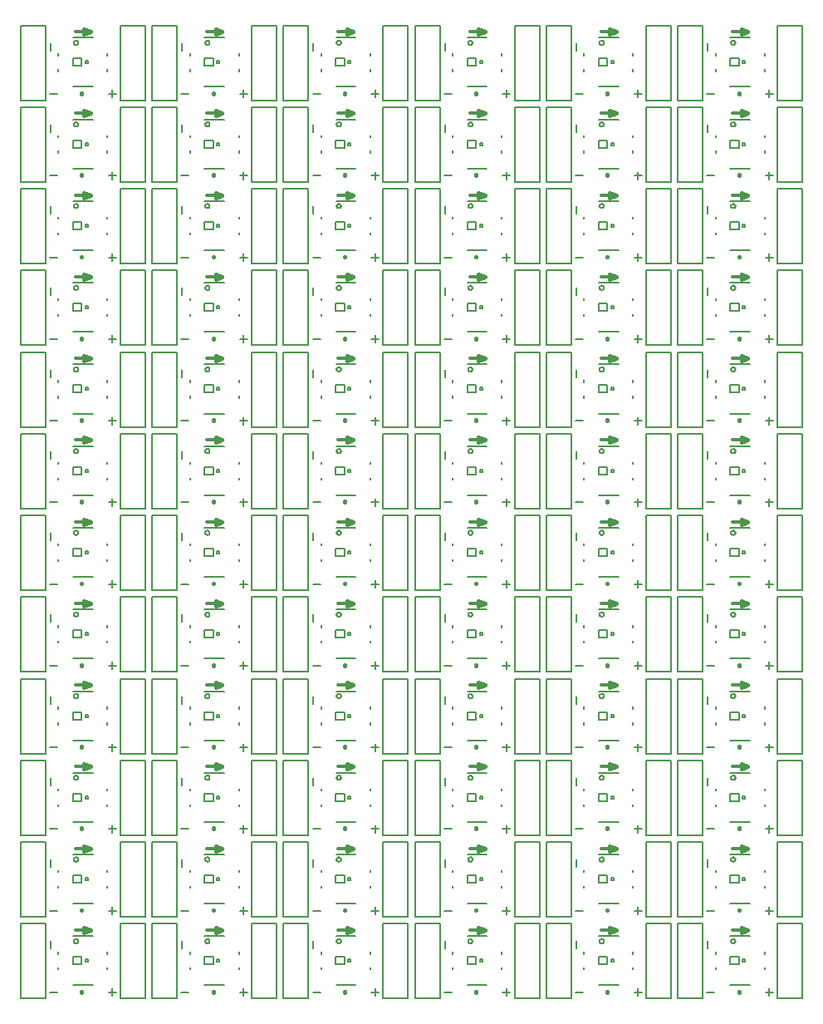
<source format=gto>
G75*
%MOIN*%
%OFA0B0*%
%FSLAX24Y24*%
%IPPOS*%
%LPD*%
%AMOC8*
5,1,8,0,0,1.08239X$1,22.5*
%
%ADD10C,0.0120*%
%ADD11C,0.0160*%
%ADD12C,0.0050*%
%ADD13C,0.0080*%
D10*
X003880Y003050D02*
X004480Y003050D01*
X004480Y006326D02*
X003880Y006326D01*
X003880Y009601D02*
X004480Y009601D01*
X004480Y012877D02*
X003880Y012877D01*
X003880Y016152D02*
X004480Y016152D01*
X004480Y019428D02*
X003880Y019428D01*
X003880Y022704D02*
X004480Y022704D01*
X004480Y025979D02*
X003880Y025979D01*
X003880Y029255D02*
X004480Y029255D01*
X004480Y032530D02*
X003880Y032530D01*
X003880Y035806D02*
X004480Y035806D01*
X004480Y039081D02*
X003880Y039081D01*
X009155Y039081D02*
X009755Y039081D01*
X009755Y035806D02*
X009155Y035806D01*
X009155Y032530D02*
X009755Y032530D01*
X009755Y029255D02*
X009155Y029255D01*
X009155Y025979D02*
X009755Y025979D01*
X009755Y022704D02*
X009155Y022704D01*
X009155Y019428D02*
X009755Y019428D01*
X009755Y016152D02*
X009155Y016152D01*
X009155Y012877D02*
X009755Y012877D01*
X009755Y009601D02*
X009155Y009601D01*
X009155Y006326D02*
X009755Y006326D01*
X009755Y003050D02*
X009155Y003050D01*
X014431Y003050D02*
X015031Y003050D01*
X015031Y006326D02*
X014431Y006326D01*
X014431Y009601D02*
X015031Y009601D01*
X015031Y012877D02*
X014431Y012877D01*
X014431Y016152D02*
X015031Y016152D01*
X015031Y019428D02*
X014431Y019428D01*
X014431Y022704D02*
X015031Y022704D01*
X015031Y025979D02*
X014431Y025979D01*
X014431Y029255D02*
X015031Y029255D01*
X015031Y032530D02*
X014431Y032530D01*
X014431Y035806D02*
X015031Y035806D01*
X015031Y039081D02*
X014431Y039081D01*
X019707Y039081D02*
X020307Y039081D01*
X020307Y035806D02*
X019707Y035806D01*
X019707Y032530D02*
X020307Y032530D01*
X020307Y029255D02*
X019707Y029255D01*
X019707Y025979D02*
X020307Y025979D01*
X020307Y022704D02*
X019707Y022704D01*
X019707Y019428D02*
X020307Y019428D01*
X020307Y016152D02*
X019707Y016152D01*
X019707Y012877D02*
X020307Y012877D01*
X020307Y009601D02*
X019707Y009601D01*
X019707Y006326D02*
X020307Y006326D01*
X020307Y003050D02*
X019707Y003050D01*
X024982Y003050D02*
X025582Y003050D01*
X025582Y006326D02*
X024982Y006326D01*
X024982Y009601D02*
X025582Y009601D01*
X025582Y012877D02*
X024982Y012877D01*
X024982Y016152D02*
X025582Y016152D01*
X025582Y019428D02*
X024982Y019428D01*
X024982Y022704D02*
X025582Y022704D01*
X025582Y025979D02*
X024982Y025979D01*
X024982Y029255D02*
X025582Y029255D01*
X025582Y032530D02*
X024982Y032530D01*
X024982Y035806D02*
X025582Y035806D01*
X025582Y039081D02*
X024982Y039081D01*
X030258Y039081D02*
X030858Y039081D01*
X030858Y035806D02*
X030258Y035806D01*
X030258Y032530D02*
X030858Y032530D01*
X030858Y029255D02*
X030258Y029255D01*
X030258Y025979D02*
X030858Y025979D01*
X030858Y022704D02*
X030258Y022704D01*
X030258Y019428D02*
X030858Y019428D01*
X030858Y016152D02*
X030258Y016152D01*
X030258Y012877D02*
X030858Y012877D01*
X030858Y009601D02*
X030258Y009601D01*
X030258Y006326D02*
X030858Y006326D01*
X030858Y003050D02*
X030258Y003050D01*
D11*
X030608Y003150D02*
X030608Y002950D01*
X030858Y003050D01*
X030608Y003150D01*
X030508Y003834D02*
X030508Y003858D01*
X030608Y006226D02*
X030608Y006426D01*
X030858Y006326D01*
X030608Y006226D01*
X030508Y007109D02*
X030508Y007133D01*
X030608Y009501D02*
X030608Y009701D01*
X030858Y009601D01*
X030608Y009501D01*
X030508Y010385D02*
X030508Y010409D01*
X030608Y012777D02*
X030608Y012977D01*
X030858Y012877D01*
X030608Y012777D01*
X030508Y013660D02*
X030508Y013684D01*
X030608Y016052D02*
X030608Y016252D01*
X030858Y016152D01*
X030608Y016052D01*
X030508Y016936D02*
X030508Y016960D01*
X030608Y019328D02*
X030608Y019528D01*
X030858Y019428D01*
X030608Y019328D01*
X030508Y020212D02*
X030508Y020236D01*
X030608Y022604D02*
X030608Y022804D01*
X030858Y022704D01*
X030608Y022604D01*
X030508Y023487D02*
X030508Y023511D01*
X030608Y025879D02*
X030608Y026079D01*
X030858Y025979D01*
X030608Y025879D01*
X030508Y026763D02*
X030508Y026787D01*
X030608Y029155D02*
X030608Y029355D01*
X030858Y029255D01*
X030608Y029155D01*
X030508Y030038D02*
X030508Y030062D01*
X030608Y032430D02*
X030608Y032630D01*
X030858Y032530D01*
X030608Y032430D01*
X030508Y033314D02*
X030508Y033338D01*
X030608Y035706D02*
X030608Y035906D01*
X030858Y035806D01*
X030608Y035706D01*
X030508Y036589D02*
X030508Y036614D01*
X030608Y038981D02*
X030608Y039181D01*
X030858Y039081D01*
X030608Y038981D01*
X025582Y039081D02*
X025332Y039181D01*
X025332Y038981D01*
X025582Y039081D01*
X025232Y036614D02*
X025232Y036589D01*
X025332Y035906D02*
X025332Y035706D01*
X025582Y035806D01*
X025332Y035906D01*
X025232Y033338D02*
X025232Y033314D01*
X025332Y032630D02*
X025332Y032430D01*
X025582Y032530D01*
X025332Y032630D01*
X025232Y030062D02*
X025232Y030038D01*
X025332Y029355D02*
X025332Y029155D01*
X025582Y029255D01*
X025332Y029355D01*
X025232Y026787D02*
X025232Y026763D01*
X025332Y026079D02*
X025332Y025879D01*
X025582Y025979D01*
X025332Y026079D01*
X025232Y023511D02*
X025232Y023487D01*
X025332Y022804D02*
X025332Y022604D01*
X025582Y022704D01*
X025332Y022804D01*
X025232Y020236D02*
X025232Y020212D01*
X025332Y019528D02*
X025332Y019328D01*
X025582Y019428D01*
X025332Y019528D01*
X025232Y016960D02*
X025232Y016936D01*
X025332Y016252D02*
X025332Y016052D01*
X025582Y016152D01*
X025332Y016252D01*
X025232Y013684D02*
X025232Y013660D01*
X025332Y012977D02*
X025332Y012777D01*
X025582Y012877D01*
X025332Y012977D01*
X025232Y010409D02*
X025232Y010385D01*
X025332Y009701D02*
X025332Y009501D01*
X025582Y009601D01*
X025332Y009701D01*
X025232Y007133D02*
X025232Y007109D01*
X025332Y006426D02*
X025332Y006226D01*
X025582Y006326D01*
X025332Y006426D01*
X025232Y003858D02*
X025232Y003834D01*
X025332Y003150D02*
X025332Y002950D01*
X025582Y003050D01*
X025332Y003150D01*
X025232Y000582D02*
X025232Y000558D01*
X020307Y003050D02*
X020057Y003150D01*
X020057Y002950D01*
X020307Y003050D01*
X019957Y003834D02*
X019957Y003858D01*
X020057Y006226D02*
X020057Y006426D01*
X020307Y006326D01*
X020057Y006226D01*
X019957Y007109D02*
X019957Y007133D01*
X020057Y009501D02*
X020057Y009701D01*
X020307Y009601D01*
X020057Y009501D01*
X019957Y010385D02*
X019957Y010409D01*
X020057Y012777D02*
X020057Y012977D01*
X020307Y012877D01*
X020057Y012777D01*
X019957Y013660D02*
X019957Y013684D01*
X020057Y016052D02*
X020057Y016252D01*
X020307Y016152D01*
X020057Y016052D01*
X019957Y016936D02*
X019957Y016960D01*
X020057Y019328D02*
X020057Y019528D01*
X020307Y019428D01*
X020057Y019328D01*
X019957Y020212D02*
X019957Y020236D01*
X020057Y022604D02*
X020057Y022804D01*
X020307Y022704D01*
X020057Y022604D01*
X019957Y023487D02*
X019957Y023511D01*
X020057Y025879D02*
X020057Y026079D01*
X020307Y025979D01*
X020057Y025879D01*
X019957Y026763D02*
X019957Y026787D01*
X020057Y029155D02*
X020057Y029355D01*
X020307Y029255D01*
X020057Y029155D01*
X019957Y030038D02*
X019957Y030062D01*
X020057Y032430D02*
X020057Y032630D01*
X020307Y032530D01*
X020057Y032430D01*
X019957Y033314D02*
X019957Y033338D01*
X020057Y035706D02*
X020057Y035906D01*
X020307Y035806D01*
X020057Y035706D01*
X019957Y036589D02*
X019957Y036614D01*
X020057Y038981D02*
X020057Y039181D01*
X020307Y039081D01*
X020057Y038981D01*
X015031Y039081D02*
X014781Y039181D01*
X014781Y038981D01*
X015031Y039081D01*
X014681Y036614D02*
X014681Y036589D01*
X014781Y035906D02*
X014781Y035706D01*
X015031Y035806D01*
X014781Y035906D01*
X014681Y033338D02*
X014681Y033314D01*
X014781Y032630D02*
X014781Y032430D01*
X015031Y032530D01*
X014781Y032630D01*
X014681Y030062D02*
X014681Y030038D01*
X014781Y029355D02*
X014781Y029155D01*
X015031Y029255D01*
X014781Y029355D01*
X014681Y026787D02*
X014681Y026763D01*
X014781Y026079D02*
X014781Y025879D01*
X015031Y025979D01*
X014781Y026079D01*
X014681Y023511D02*
X014681Y023487D01*
X014781Y022804D02*
X014781Y022604D01*
X015031Y022704D01*
X014781Y022804D01*
X014681Y020236D02*
X014681Y020212D01*
X014781Y019528D02*
X014781Y019328D01*
X015031Y019428D01*
X014781Y019528D01*
X014681Y016960D02*
X014681Y016936D01*
X014781Y016252D02*
X014781Y016052D01*
X015031Y016152D01*
X014781Y016252D01*
X014681Y013684D02*
X014681Y013660D01*
X014781Y012977D02*
X014781Y012777D01*
X015031Y012877D01*
X014781Y012977D01*
X014681Y010409D02*
X014681Y010385D01*
X014781Y009701D02*
X014781Y009501D01*
X015031Y009601D01*
X014781Y009701D01*
X014681Y007133D02*
X014681Y007109D01*
X014781Y006426D02*
X014781Y006226D01*
X015031Y006326D01*
X014781Y006426D01*
X014681Y003858D02*
X014681Y003834D01*
X014781Y003150D02*
X014781Y002950D01*
X015031Y003050D01*
X014781Y003150D01*
X014681Y000582D02*
X014681Y000558D01*
X009755Y003050D02*
X009505Y003150D01*
X009505Y002950D01*
X009755Y003050D01*
X009405Y003834D02*
X009405Y003858D01*
X009505Y006226D02*
X009505Y006426D01*
X009755Y006326D01*
X009505Y006226D01*
X009405Y007109D02*
X009405Y007133D01*
X009505Y009501D02*
X009505Y009701D01*
X009755Y009601D01*
X009505Y009501D01*
X009405Y010385D02*
X009405Y010409D01*
X009505Y012777D02*
X009505Y012977D01*
X009755Y012877D01*
X009505Y012777D01*
X009405Y013660D02*
X009405Y013684D01*
X009505Y016052D02*
X009505Y016252D01*
X009755Y016152D01*
X009505Y016052D01*
X009405Y016936D02*
X009405Y016960D01*
X009505Y019328D02*
X009505Y019528D01*
X009755Y019428D01*
X009505Y019328D01*
X009405Y020212D02*
X009405Y020236D01*
X009505Y022604D02*
X009505Y022804D01*
X009755Y022704D01*
X009505Y022604D01*
X009405Y023487D02*
X009405Y023511D01*
X009505Y025879D02*
X009505Y026079D01*
X009755Y025979D01*
X009505Y025879D01*
X009405Y026763D02*
X009405Y026787D01*
X009505Y029155D02*
X009505Y029355D01*
X009755Y029255D01*
X009505Y029155D01*
X009405Y030038D02*
X009405Y030062D01*
X009505Y032430D02*
X009505Y032630D01*
X009755Y032530D01*
X009505Y032430D01*
X009405Y033314D02*
X009405Y033338D01*
X009505Y035706D02*
X009505Y035906D01*
X009755Y035806D01*
X009505Y035706D01*
X009405Y036589D02*
X009405Y036614D01*
X009505Y038981D02*
X009505Y039181D01*
X009755Y039081D01*
X009505Y038981D01*
X004480Y039081D02*
X004230Y039181D01*
X004230Y038981D01*
X004480Y039081D01*
X004130Y036614D02*
X004130Y036589D01*
X004230Y035906D02*
X004230Y035706D01*
X004480Y035806D01*
X004230Y035906D01*
X004130Y033338D02*
X004130Y033314D01*
X004230Y032630D02*
X004230Y032430D01*
X004480Y032530D01*
X004230Y032630D01*
X004130Y030062D02*
X004130Y030038D01*
X004230Y029355D02*
X004230Y029155D01*
X004480Y029255D01*
X004230Y029355D01*
X004130Y026787D02*
X004130Y026763D01*
X004230Y026079D02*
X004230Y025879D01*
X004480Y025979D01*
X004230Y026079D01*
X004130Y023511D02*
X004130Y023487D01*
X004230Y022804D02*
X004230Y022604D01*
X004480Y022704D01*
X004230Y022804D01*
X004130Y020236D02*
X004130Y020212D01*
X004230Y019528D02*
X004230Y019328D01*
X004480Y019428D01*
X004230Y019528D01*
X004130Y016960D02*
X004130Y016936D01*
X004230Y016252D02*
X004230Y016052D01*
X004480Y016152D01*
X004230Y016252D01*
X004130Y013684D02*
X004130Y013660D01*
X004230Y012977D02*
X004230Y012777D01*
X004480Y012877D01*
X004230Y012977D01*
X004130Y010409D02*
X004130Y010385D01*
X004230Y009701D02*
X004230Y009501D01*
X004480Y009601D01*
X004230Y009701D01*
X004130Y007133D02*
X004130Y007109D01*
X004230Y006426D02*
X004230Y006226D01*
X004480Y006326D01*
X004230Y006426D01*
X004130Y003858D02*
X004130Y003834D01*
X004230Y003150D02*
X004230Y002950D01*
X004480Y003050D01*
X004230Y003150D01*
X004130Y000582D02*
X004130Y000558D01*
X009405Y000558D02*
X009405Y000582D01*
X019957Y000558D02*
X019957Y000582D01*
X030508Y000558D02*
X030508Y000582D01*
D12*
X029533Y000550D02*
X029233Y000550D01*
X031583Y000550D02*
X031883Y000550D01*
X031733Y000700D02*
X031733Y000400D01*
X031733Y003676D02*
X031733Y003976D01*
X031583Y003826D02*
X031883Y003826D01*
X029533Y003826D02*
X029233Y003826D01*
X026607Y003826D02*
X026307Y003826D01*
X026457Y003976D02*
X026457Y003676D01*
X024257Y003826D02*
X023957Y003826D01*
X021332Y003826D02*
X021032Y003826D01*
X021182Y003976D02*
X021182Y003676D01*
X018982Y003826D02*
X018682Y003826D01*
X016056Y003826D02*
X015756Y003826D01*
X015906Y003976D02*
X015906Y003676D01*
X013706Y003826D02*
X013406Y003826D01*
X010781Y003826D02*
X010480Y003826D01*
X010631Y003976D02*
X010631Y003676D01*
X008431Y003826D02*
X008130Y003826D01*
X005505Y003826D02*
X005205Y003826D01*
X005355Y003976D02*
X005355Y003676D01*
X003155Y003826D02*
X002855Y003826D01*
X002855Y007101D02*
X003155Y007101D01*
X005205Y007101D02*
X005505Y007101D01*
X005355Y007252D02*
X005355Y006951D01*
X008130Y007101D02*
X008431Y007101D01*
X010480Y007101D02*
X010781Y007101D01*
X010631Y007252D02*
X010631Y006951D01*
X013406Y007101D02*
X013706Y007101D01*
X015756Y007101D02*
X016056Y007101D01*
X015906Y007252D02*
X015906Y006951D01*
X018682Y007101D02*
X018982Y007101D01*
X021032Y007101D02*
X021332Y007101D01*
X021182Y007252D02*
X021182Y006951D01*
X023957Y007101D02*
X024257Y007101D01*
X026307Y007101D02*
X026607Y007101D01*
X026457Y007252D02*
X026457Y006951D01*
X029233Y007101D02*
X029533Y007101D01*
X031583Y007101D02*
X031883Y007101D01*
X031733Y007252D02*
X031733Y006951D01*
X031733Y010227D02*
X031733Y010527D01*
X031583Y010377D02*
X031883Y010377D01*
X029533Y010377D02*
X029233Y010377D01*
X026607Y010377D02*
X026307Y010377D01*
X026457Y010527D02*
X026457Y010227D01*
X024257Y010377D02*
X023957Y010377D01*
X021332Y010377D02*
X021032Y010377D01*
X021182Y010527D02*
X021182Y010227D01*
X018982Y010377D02*
X018682Y010377D01*
X016056Y010377D02*
X015756Y010377D01*
X015906Y010527D02*
X015906Y010227D01*
X013706Y010377D02*
X013406Y010377D01*
X010781Y010377D02*
X010480Y010377D01*
X010631Y010527D02*
X010631Y010227D01*
X008431Y010377D02*
X008130Y010377D01*
X005505Y010377D02*
X005205Y010377D01*
X005355Y010527D02*
X005355Y010227D01*
X003155Y010377D02*
X002855Y010377D01*
X002855Y013653D02*
X003155Y013653D01*
X005205Y013653D02*
X005505Y013653D01*
X005355Y013803D02*
X005355Y013502D01*
X008130Y013653D02*
X008431Y013653D01*
X010480Y013653D02*
X010781Y013653D01*
X010631Y013803D02*
X010631Y013502D01*
X013406Y013653D02*
X013706Y013653D01*
X015756Y013653D02*
X016056Y013653D01*
X015906Y013803D02*
X015906Y013502D01*
X018682Y013653D02*
X018982Y013653D01*
X021032Y013653D02*
X021332Y013653D01*
X021182Y013803D02*
X021182Y013502D01*
X023957Y013653D02*
X024257Y013653D01*
X026307Y013653D02*
X026607Y013653D01*
X026457Y013803D02*
X026457Y013502D01*
X029233Y013653D02*
X029533Y013653D01*
X031583Y013653D02*
X031883Y013653D01*
X031733Y013803D02*
X031733Y013502D01*
X031733Y016778D02*
X031733Y017078D01*
X031583Y016928D02*
X031883Y016928D01*
X029533Y016928D02*
X029233Y016928D01*
X026607Y016928D02*
X026307Y016928D01*
X026457Y017078D02*
X026457Y016778D01*
X024257Y016928D02*
X023957Y016928D01*
X021332Y016928D02*
X021032Y016928D01*
X021182Y017078D02*
X021182Y016778D01*
X018982Y016928D02*
X018682Y016928D01*
X016056Y016928D02*
X015756Y016928D01*
X015906Y017078D02*
X015906Y016778D01*
X013706Y016928D02*
X013406Y016928D01*
X010781Y016928D02*
X010480Y016928D01*
X010631Y017078D02*
X010631Y016778D01*
X008431Y016928D02*
X008130Y016928D01*
X005505Y016928D02*
X005205Y016928D01*
X005355Y017078D02*
X005355Y016778D01*
X003155Y016928D02*
X002855Y016928D01*
X005355Y020054D02*
X005355Y020354D01*
X005205Y020204D02*
X005505Y020204D01*
X003155Y020204D02*
X002855Y020204D01*
X002855Y023479D02*
X003155Y023479D01*
X005205Y023479D02*
X005505Y023479D01*
X005355Y023629D02*
X005355Y023329D01*
X008130Y023479D02*
X008431Y023479D01*
X010480Y023479D02*
X010781Y023479D01*
X010631Y023629D02*
X010631Y023329D01*
X013406Y023479D02*
X013706Y023479D01*
X015756Y023479D02*
X016056Y023479D01*
X015906Y023629D02*
X015906Y023329D01*
X018682Y023479D02*
X018982Y023479D01*
X021032Y023479D02*
X021332Y023479D01*
X021182Y023629D02*
X021182Y023329D01*
X023957Y023479D02*
X024257Y023479D01*
X026307Y023479D02*
X026607Y023479D01*
X026457Y023629D02*
X026457Y023329D01*
X029233Y023479D02*
X029533Y023479D01*
X031583Y023479D02*
X031883Y023479D01*
X031733Y023629D02*
X031733Y023329D01*
X031733Y020354D02*
X031733Y020054D01*
X031583Y020204D02*
X031883Y020204D01*
X029533Y020204D02*
X029233Y020204D01*
X026607Y020204D02*
X026307Y020204D01*
X026457Y020354D02*
X026457Y020054D01*
X024257Y020204D02*
X023957Y020204D01*
X021332Y020204D02*
X021032Y020204D01*
X021182Y020354D02*
X021182Y020054D01*
X018982Y020204D02*
X018682Y020204D01*
X016056Y020204D02*
X015756Y020204D01*
X015906Y020354D02*
X015906Y020054D01*
X013706Y020204D02*
X013406Y020204D01*
X010781Y020204D02*
X010480Y020204D01*
X010631Y020354D02*
X010631Y020054D01*
X008431Y020204D02*
X008130Y020204D01*
X008130Y026755D02*
X008431Y026755D01*
X010480Y026755D02*
X010781Y026755D01*
X010631Y026905D02*
X010631Y026605D01*
X013406Y026755D02*
X013706Y026755D01*
X015756Y026755D02*
X016056Y026755D01*
X015906Y026905D02*
X015906Y026605D01*
X018682Y026755D02*
X018982Y026755D01*
X021032Y026755D02*
X021332Y026755D01*
X021182Y026905D02*
X021182Y026605D01*
X023957Y026755D02*
X024257Y026755D01*
X026307Y026755D02*
X026607Y026755D01*
X026457Y026905D02*
X026457Y026605D01*
X029233Y026755D02*
X029533Y026755D01*
X031583Y026755D02*
X031883Y026755D01*
X031733Y026905D02*
X031733Y026605D01*
X031733Y029880D02*
X031733Y030181D01*
X031583Y030031D02*
X031883Y030031D01*
X029533Y030031D02*
X029233Y030031D01*
X031733Y033156D02*
X031733Y033456D01*
X031583Y033306D02*
X031883Y033306D01*
X029533Y033306D02*
X029233Y033306D01*
X026607Y033306D02*
X026307Y033306D01*
X026457Y033456D02*
X026457Y033156D01*
X024257Y033306D02*
X023957Y033306D01*
X021332Y033306D02*
X021032Y033306D01*
X021182Y033456D02*
X021182Y033156D01*
X018982Y033306D02*
X018682Y033306D01*
X016056Y033306D02*
X015756Y033306D01*
X015906Y033456D02*
X015906Y033156D01*
X013706Y033306D02*
X013406Y033306D01*
X010781Y033306D02*
X010480Y033306D01*
X010631Y033456D02*
X010631Y033156D01*
X008431Y033306D02*
X008130Y033306D01*
X005505Y033306D02*
X005205Y033306D01*
X005355Y033456D02*
X005355Y033156D01*
X003155Y033306D02*
X002855Y033306D01*
X002855Y030031D02*
X003155Y030031D01*
X005205Y030031D02*
X005505Y030031D01*
X005355Y030181D02*
X005355Y029880D01*
X005355Y026905D02*
X005355Y026605D01*
X005205Y026755D02*
X005505Y026755D01*
X003155Y026755D02*
X002855Y026755D01*
X008130Y030031D02*
X008431Y030031D01*
X010480Y030031D02*
X010781Y030031D01*
X010631Y030181D02*
X010631Y029880D01*
X013406Y030031D02*
X013706Y030031D01*
X015756Y030031D02*
X016056Y030031D01*
X015906Y030181D02*
X015906Y029880D01*
X018682Y030031D02*
X018982Y030031D01*
X021032Y030031D02*
X021332Y030031D01*
X021182Y030181D02*
X021182Y029880D01*
X023957Y030031D02*
X024257Y030031D01*
X026307Y030031D02*
X026607Y030031D01*
X026457Y030181D02*
X026457Y029880D01*
X026457Y036432D02*
X026457Y036732D01*
X026307Y036582D02*
X026607Y036582D01*
X024257Y036582D02*
X023957Y036582D01*
X021332Y036582D02*
X021032Y036582D01*
X021182Y036732D02*
X021182Y036432D01*
X018982Y036582D02*
X018682Y036582D01*
X016056Y036582D02*
X015756Y036582D01*
X015906Y036732D02*
X015906Y036432D01*
X013706Y036582D02*
X013406Y036582D01*
X010781Y036582D02*
X010480Y036582D01*
X010631Y036732D02*
X010631Y036432D01*
X008431Y036582D02*
X008130Y036582D01*
X005505Y036582D02*
X005205Y036582D01*
X005355Y036732D02*
X005355Y036432D01*
X003155Y036582D02*
X002855Y036582D01*
X029233Y036582D02*
X029533Y036582D01*
X031583Y036582D02*
X031883Y036582D01*
X031733Y036732D02*
X031733Y036432D01*
X026457Y000700D02*
X026457Y000400D01*
X026307Y000550D02*
X026607Y000550D01*
X024257Y000550D02*
X023957Y000550D01*
X021332Y000550D02*
X021032Y000550D01*
X021182Y000700D02*
X021182Y000400D01*
X018982Y000550D02*
X018682Y000550D01*
X016056Y000550D02*
X015756Y000550D01*
X015906Y000700D02*
X015906Y000400D01*
X013706Y000550D02*
X013406Y000550D01*
X010781Y000550D02*
X010480Y000550D01*
X010631Y000700D02*
X010631Y000400D01*
X008431Y000550D02*
X008130Y000550D01*
X005505Y000550D02*
X005205Y000550D01*
X005355Y000700D02*
X005355Y000400D01*
X003155Y000550D02*
X002855Y000550D01*
D13*
X002680Y000300D02*
X001680Y000300D01*
X001680Y003300D01*
X002680Y003300D01*
X002680Y000300D01*
X003786Y000836D02*
X004574Y000836D01*
X005164Y001466D02*
X005164Y001544D01*
X005164Y002096D02*
X005164Y002174D01*
X004380Y001870D02*
X004380Y001770D01*
X004280Y001770D01*
X004280Y001870D01*
X004380Y001870D01*
X004130Y001970D02*
X004130Y001670D01*
X003780Y001670D01*
X003780Y001970D01*
X004130Y001970D01*
X003816Y002607D02*
X003818Y002625D01*
X003824Y002643D01*
X003833Y002659D01*
X003845Y002672D01*
X003860Y002683D01*
X003877Y002691D01*
X003895Y002695D01*
X003913Y002695D01*
X003931Y002691D01*
X003948Y002683D01*
X003963Y002672D01*
X003975Y002659D01*
X003984Y002643D01*
X003990Y002625D01*
X003992Y002607D01*
X003990Y002589D01*
X003984Y002571D01*
X003975Y002555D01*
X003963Y002542D01*
X003948Y002531D01*
X003931Y002523D01*
X003913Y002519D01*
X003895Y002519D01*
X003877Y002523D01*
X003860Y002531D01*
X003845Y002542D01*
X003833Y002555D01*
X003824Y002571D01*
X003818Y002589D01*
X003816Y002607D01*
X003786Y002804D02*
X004574Y002804D01*
X005680Y003300D02*
X006680Y003300D01*
X006680Y000300D01*
X005680Y000300D01*
X005680Y003300D01*
X005680Y003576D02*
X006680Y003576D01*
X006680Y006576D01*
X005680Y006576D01*
X005680Y003576D01*
X004574Y004111D02*
X003786Y004111D01*
X003780Y004946D02*
X004130Y004946D01*
X004130Y005246D01*
X003780Y005246D01*
X003780Y004946D01*
X003196Y004820D02*
X003196Y004741D01*
X003196Y005371D02*
X003196Y005450D01*
X002880Y005576D02*
X002880Y005876D01*
X002680Y006576D02*
X001680Y006576D01*
X001680Y003576D01*
X002680Y003576D01*
X002680Y006576D01*
X002680Y006851D02*
X001680Y006851D01*
X001680Y009851D01*
X002680Y009851D01*
X002680Y006851D01*
X003786Y007387D02*
X004574Y007387D01*
X005164Y008017D02*
X005164Y008096D01*
X005164Y008647D02*
X005164Y008726D01*
X004574Y009355D02*
X003786Y009355D01*
X003816Y009159D02*
X003818Y009177D01*
X003824Y009195D01*
X003833Y009211D01*
X003845Y009224D01*
X003860Y009235D01*
X003877Y009243D01*
X003895Y009247D01*
X003913Y009247D01*
X003931Y009243D01*
X003948Y009235D01*
X003963Y009224D01*
X003975Y009211D01*
X003984Y009195D01*
X003990Y009177D01*
X003992Y009159D01*
X003990Y009141D01*
X003984Y009123D01*
X003975Y009107D01*
X003963Y009094D01*
X003948Y009083D01*
X003931Y009075D01*
X003913Y009071D01*
X003895Y009071D01*
X003877Y009075D01*
X003860Y009083D01*
X003845Y009094D01*
X003833Y009107D01*
X003824Y009123D01*
X003818Y009141D01*
X003816Y009159D01*
X003196Y008726D02*
X003196Y008647D01*
X002880Y008851D02*
X002880Y009151D01*
X002680Y010127D02*
X001680Y010127D01*
X001680Y013127D01*
X002680Y013127D01*
X002680Y010127D01*
X003786Y010663D02*
X004574Y010663D01*
X005164Y011292D02*
X005164Y011371D01*
X005164Y011922D02*
X005164Y012001D01*
X004574Y012631D02*
X003786Y012631D01*
X003816Y012434D02*
X003818Y012452D01*
X003824Y012470D01*
X003833Y012486D01*
X003845Y012499D01*
X003860Y012510D01*
X003877Y012518D01*
X003895Y012522D01*
X003913Y012522D01*
X003931Y012518D01*
X003948Y012510D01*
X003963Y012499D01*
X003975Y012486D01*
X003984Y012470D01*
X003990Y012452D01*
X003992Y012434D01*
X003990Y012416D01*
X003984Y012398D01*
X003975Y012382D01*
X003963Y012369D01*
X003948Y012358D01*
X003931Y012350D01*
X003913Y012346D01*
X003895Y012346D01*
X003877Y012350D01*
X003860Y012358D01*
X003845Y012369D01*
X003833Y012382D01*
X003824Y012398D01*
X003818Y012416D01*
X003816Y012434D01*
X003196Y012001D02*
X003196Y011922D01*
X002880Y012127D02*
X002880Y012427D01*
X002680Y013402D02*
X001680Y013402D01*
X001680Y016402D01*
X002680Y016402D01*
X002680Y013402D01*
X003786Y013938D02*
X004574Y013938D01*
X005164Y014568D02*
X005164Y014647D01*
X005164Y015198D02*
X005164Y015277D01*
X004380Y014972D02*
X004380Y014872D01*
X004280Y014872D01*
X004280Y014972D01*
X004380Y014972D01*
X004130Y015072D02*
X004130Y014772D01*
X003780Y014772D01*
X003780Y015072D01*
X004130Y015072D01*
X003816Y015710D02*
X003818Y015728D01*
X003824Y015746D01*
X003833Y015762D01*
X003845Y015775D01*
X003860Y015786D01*
X003877Y015794D01*
X003895Y015798D01*
X003913Y015798D01*
X003931Y015794D01*
X003948Y015786D01*
X003963Y015775D01*
X003975Y015762D01*
X003984Y015746D01*
X003990Y015728D01*
X003992Y015710D01*
X003990Y015692D01*
X003984Y015674D01*
X003975Y015658D01*
X003963Y015645D01*
X003948Y015634D01*
X003931Y015626D01*
X003913Y015622D01*
X003895Y015622D01*
X003877Y015626D01*
X003860Y015634D01*
X003845Y015645D01*
X003833Y015658D01*
X003824Y015674D01*
X003818Y015692D01*
X003816Y015710D01*
X003786Y015907D02*
X004574Y015907D01*
X005680Y016402D02*
X006680Y016402D01*
X006680Y013402D01*
X005680Y013402D01*
X005680Y016402D01*
X005680Y016678D02*
X006680Y016678D01*
X006680Y019678D01*
X005680Y019678D01*
X005680Y016678D01*
X004574Y017214D02*
X003786Y017214D01*
X003780Y018048D02*
X004130Y018048D01*
X004130Y018348D01*
X003780Y018348D01*
X003780Y018048D01*
X003196Y017922D02*
X003196Y017844D01*
X003196Y018474D02*
X003196Y018552D01*
X002880Y018678D02*
X002880Y018978D01*
X002680Y019678D02*
X001680Y019678D01*
X001680Y016678D01*
X002680Y016678D01*
X002680Y019678D01*
X002680Y019954D02*
X001680Y019954D01*
X001680Y022954D01*
X002680Y022954D01*
X002680Y019954D01*
X003786Y020489D02*
X004574Y020489D01*
X005164Y021119D02*
X005164Y021198D01*
X005164Y021749D02*
X005164Y021828D01*
X004574Y022458D02*
X003786Y022458D01*
X003816Y022261D02*
X003818Y022279D01*
X003824Y022297D01*
X003833Y022313D01*
X003845Y022326D01*
X003860Y022337D01*
X003877Y022345D01*
X003895Y022349D01*
X003913Y022349D01*
X003931Y022345D01*
X003948Y022337D01*
X003963Y022326D01*
X003975Y022313D01*
X003984Y022297D01*
X003990Y022279D01*
X003992Y022261D01*
X003990Y022243D01*
X003984Y022225D01*
X003975Y022209D01*
X003963Y022196D01*
X003948Y022185D01*
X003931Y022177D01*
X003913Y022173D01*
X003895Y022173D01*
X003877Y022177D01*
X003860Y022185D01*
X003845Y022196D01*
X003833Y022209D01*
X003824Y022225D01*
X003818Y022243D01*
X003816Y022261D01*
X003196Y021828D02*
X003196Y021749D01*
X002880Y021954D02*
X002880Y022254D01*
X002680Y023229D02*
X001680Y023229D01*
X001680Y026229D01*
X002680Y026229D01*
X002680Y023229D01*
X003786Y023765D02*
X004574Y023765D01*
X005164Y024395D02*
X005164Y024474D01*
X005164Y025025D02*
X005164Y025103D01*
X004380Y024799D02*
X004380Y024699D01*
X004280Y024699D01*
X004280Y024799D01*
X004380Y024799D01*
X004130Y024899D02*
X004130Y024599D01*
X003780Y024599D01*
X003780Y024899D01*
X004130Y024899D01*
X003816Y025537D02*
X003818Y025555D01*
X003824Y025573D01*
X003833Y025589D01*
X003845Y025602D01*
X003860Y025613D01*
X003877Y025621D01*
X003895Y025625D01*
X003913Y025625D01*
X003931Y025621D01*
X003948Y025613D01*
X003963Y025602D01*
X003975Y025589D01*
X003984Y025573D01*
X003990Y025555D01*
X003992Y025537D01*
X003990Y025519D01*
X003984Y025501D01*
X003975Y025485D01*
X003963Y025472D01*
X003948Y025461D01*
X003931Y025453D01*
X003913Y025449D01*
X003895Y025449D01*
X003877Y025453D01*
X003860Y025461D01*
X003845Y025472D01*
X003833Y025485D01*
X003824Y025501D01*
X003818Y025519D01*
X003816Y025537D01*
X003786Y025733D02*
X004574Y025733D01*
X005680Y026229D02*
X006680Y026229D01*
X006680Y023229D01*
X005680Y023229D01*
X005680Y026229D01*
X005680Y026505D02*
X006680Y026505D01*
X006680Y029505D01*
X005680Y029505D01*
X005680Y026505D01*
X004574Y027040D02*
X003786Y027040D01*
X003780Y027875D02*
X004130Y027875D01*
X004130Y028175D01*
X003780Y028175D01*
X003780Y027875D01*
X003196Y027749D02*
X003196Y027670D01*
X003196Y028300D02*
X003196Y028379D01*
X002880Y028505D02*
X002880Y028805D01*
X002680Y029505D02*
X001680Y029505D01*
X001680Y026505D01*
X002680Y026505D01*
X002680Y029505D01*
X002680Y029780D02*
X001680Y029780D01*
X001680Y032780D01*
X002680Y032780D01*
X002680Y029780D01*
X003786Y030316D02*
X004574Y030316D01*
X005164Y030946D02*
X005164Y031025D01*
X005164Y031576D02*
X005164Y031655D01*
X004574Y032285D02*
X003786Y032285D01*
X003816Y032088D02*
X003818Y032106D01*
X003824Y032124D01*
X003833Y032140D01*
X003845Y032153D01*
X003860Y032164D01*
X003877Y032172D01*
X003895Y032176D01*
X003913Y032176D01*
X003931Y032172D01*
X003948Y032164D01*
X003963Y032153D01*
X003975Y032140D01*
X003984Y032124D01*
X003990Y032106D01*
X003992Y032088D01*
X003990Y032070D01*
X003984Y032052D01*
X003975Y032036D01*
X003963Y032023D01*
X003948Y032012D01*
X003931Y032004D01*
X003913Y032000D01*
X003895Y032000D01*
X003877Y032004D01*
X003860Y032012D01*
X003845Y032023D01*
X003833Y032036D01*
X003824Y032052D01*
X003818Y032070D01*
X003816Y032088D01*
X003196Y031655D02*
X003196Y031576D01*
X002880Y031780D02*
X002880Y032080D01*
X002680Y033056D02*
X001680Y033056D01*
X001680Y036056D01*
X002680Y036056D01*
X002680Y033056D01*
X003786Y033592D02*
X004574Y033592D01*
X005164Y034222D02*
X005164Y034300D01*
X005164Y034851D02*
X005164Y034930D01*
X004380Y034626D02*
X004380Y034526D01*
X004280Y034526D01*
X004280Y034626D01*
X004380Y034626D01*
X004130Y034726D02*
X004130Y034426D01*
X003780Y034426D01*
X003780Y034726D01*
X004130Y034726D01*
X003816Y035363D02*
X003818Y035381D01*
X003824Y035399D01*
X003833Y035415D01*
X003845Y035428D01*
X003860Y035439D01*
X003877Y035447D01*
X003895Y035451D01*
X003913Y035451D01*
X003931Y035447D01*
X003948Y035439D01*
X003963Y035428D01*
X003975Y035415D01*
X003984Y035399D01*
X003990Y035381D01*
X003992Y035363D01*
X003990Y035345D01*
X003984Y035327D01*
X003975Y035311D01*
X003963Y035298D01*
X003948Y035287D01*
X003931Y035279D01*
X003913Y035275D01*
X003895Y035275D01*
X003877Y035279D01*
X003860Y035287D01*
X003845Y035298D01*
X003833Y035311D01*
X003824Y035327D01*
X003818Y035345D01*
X003816Y035363D01*
X003786Y035560D02*
X004574Y035560D01*
X005680Y036056D02*
X006680Y036056D01*
X006680Y033056D01*
X005680Y033056D01*
X005680Y036056D01*
X005680Y036331D02*
X006680Y036331D01*
X006680Y039331D01*
X005680Y039331D01*
X005680Y036331D01*
X005164Y037497D02*
X005164Y037576D01*
X005164Y038127D02*
X005164Y038206D01*
X004380Y037901D02*
X004380Y037801D01*
X004280Y037801D01*
X004280Y037901D01*
X004380Y037901D01*
X004130Y038001D02*
X004130Y037701D01*
X003780Y037701D01*
X003780Y038001D01*
X004130Y038001D01*
X003816Y038639D02*
X003818Y038657D01*
X003824Y038675D01*
X003833Y038691D01*
X003845Y038704D01*
X003860Y038715D01*
X003877Y038723D01*
X003895Y038727D01*
X003913Y038727D01*
X003931Y038723D01*
X003948Y038715D01*
X003963Y038704D01*
X003975Y038691D01*
X003984Y038675D01*
X003990Y038657D01*
X003992Y038639D01*
X003990Y038621D01*
X003984Y038603D01*
X003975Y038587D01*
X003963Y038574D01*
X003948Y038563D01*
X003931Y038555D01*
X003913Y038551D01*
X003895Y038551D01*
X003877Y038555D01*
X003860Y038563D01*
X003845Y038574D01*
X003833Y038587D01*
X003824Y038603D01*
X003818Y038621D01*
X003816Y038639D01*
X003786Y038836D02*
X004574Y038836D01*
X003196Y038206D02*
X003196Y038127D01*
X002880Y038331D02*
X002880Y038631D01*
X002680Y039331D02*
X001680Y039331D01*
X001680Y036331D01*
X002680Y036331D01*
X002680Y039331D01*
X003196Y037576D02*
X003196Y037497D01*
X003786Y036867D02*
X004574Y036867D01*
X002880Y035356D02*
X002880Y035056D01*
X003196Y034930D02*
X003196Y034851D01*
X003196Y034300D02*
X003196Y034222D01*
X003780Y031450D02*
X004130Y031450D01*
X004130Y031150D01*
X003780Y031150D01*
X003780Y031450D01*
X003196Y031025D02*
X003196Y030946D01*
X004280Y031250D02*
X004380Y031250D01*
X004380Y031350D01*
X004280Y031350D01*
X004280Y031250D01*
X005680Y029780D02*
X006680Y029780D01*
X006680Y032780D01*
X005680Y032780D01*
X005680Y029780D01*
X004574Y029009D02*
X003786Y029009D01*
X003816Y028812D02*
X003818Y028830D01*
X003824Y028848D01*
X003833Y028864D01*
X003845Y028877D01*
X003860Y028888D01*
X003877Y028896D01*
X003895Y028900D01*
X003913Y028900D01*
X003931Y028896D01*
X003948Y028888D01*
X003963Y028877D01*
X003975Y028864D01*
X003984Y028848D01*
X003990Y028830D01*
X003992Y028812D01*
X003990Y028794D01*
X003984Y028776D01*
X003975Y028760D01*
X003963Y028747D01*
X003948Y028736D01*
X003931Y028728D01*
X003913Y028724D01*
X003895Y028724D01*
X003877Y028728D01*
X003860Y028736D01*
X003845Y028747D01*
X003833Y028760D01*
X003824Y028776D01*
X003818Y028794D01*
X003816Y028812D01*
X004280Y028075D02*
X004280Y027975D01*
X004380Y027975D01*
X004380Y028075D01*
X004280Y028075D01*
X005164Y028300D02*
X005164Y028379D01*
X005164Y027749D02*
X005164Y027670D01*
X006955Y026505D02*
X007955Y026505D01*
X007955Y029505D01*
X006955Y029505D01*
X006955Y026505D01*
X006955Y026229D02*
X007955Y026229D01*
X007955Y023229D01*
X006955Y023229D01*
X006955Y026229D01*
X008155Y025529D02*
X008155Y025229D01*
X008471Y025103D02*
X008471Y025025D01*
X008471Y024474D02*
X008471Y024395D01*
X009055Y024599D02*
X009055Y024899D01*
X009405Y024899D01*
X009405Y024599D01*
X009055Y024599D01*
X009555Y024699D02*
X009655Y024699D01*
X009655Y024799D01*
X009555Y024799D01*
X009555Y024699D01*
X009092Y025537D02*
X009094Y025555D01*
X009100Y025573D01*
X009109Y025589D01*
X009121Y025602D01*
X009136Y025613D01*
X009153Y025621D01*
X009171Y025625D01*
X009189Y025625D01*
X009207Y025621D01*
X009224Y025613D01*
X009239Y025602D01*
X009251Y025589D01*
X009260Y025573D01*
X009266Y025555D01*
X009268Y025537D01*
X009266Y025519D01*
X009260Y025501D01*
X009251Y025485D01*
X009239Y025472D01*
X009224Y025461D01*
X009207Y025453D01*
X009189Y025449D01*
X009171Y025449D01*
X009153Y025453D01*
X009136Y025461D01*
X009121Y025472D01*
X009109Y025485D01*
X009100Y025501D01*
X009094Y025519D01*
X009092Y025537D01*
X009062Y025733D02*
X009849Y025733D01*
X010440Y025103D02*
X010440Y025025D01*
X010440Y024474D02*
X010440Y024395D01*
X009849Y023765D02*
X009062Y023765D01*
X009062Y022458D02*
X009849Y022458D01*
X009092Y022261D02*
X009094Y022279D01*
X009100Y022297D01*
X009109Y022313D01*
X009121Y022326D01*
X009136Y022337D01*
X009153Y022345D01*
X009171Y022349D01*
X009189Y022349D01*
X009207Y022345D01*
X009224Y022337D01*
X009239Y022326D01*
X009251Y022313D01*
X009260Y022297D01*
X009266Y022279D01*
X009268Y022261D01*
X009266Y022243D01*
X009260Y022225D01*
X009251Y022209D01*
X009239Y022196D01*
X009224Y022185D01*
X009207Y022177D01*
X009189Y022173D01*
X009171Y022173D01*
X009153Y022177D01*
X009136Y022185D01*
X009121Y022196D01*
X009109Y022209D01*
X009100Y022225D01*
X009094Y022243D01*
X009092Y022261D01*
X009055Y021624D02*
X009405Y021624D01*
X009405Y021324D01*
X009055Y021324D01*
X009055Y021624D01*
X009555Y021524D02*
X009655Y021524D01*
X009655Y021424D01*
X009555Y021424D01*
X009555Y021524D01*
X010440Y021749D02*
X010440Y021828D01*
X010440Y021198D02*
X010440Y021119D01*
X009849Y020489D02*
X009062Y020489D01*
X008471Y021119D02*
X008471Y021198D01*
X008471Y021749D02*
X008471Y021828D01*
X008155Y021954D02*
X008155Y022254D01*
X007955Y022954D02*
X006955Y022954D01*
X006955Y019954D01*
X007955Y019954D01*
X007955Y022954D01*
X006680Y022954D02*
X005680Y022954D01*
X005680Y019954D01*
X006680Y019954D01*
X006680Y022954D01*
X004380Y021524D02*
X004380Y021424D01*
X004280Y021424D01*
X004280Y021524D01*
X004380Y021524D01*
X004130Y021624D02*
X004130Y021324D01*
X003780Y021324D01*
X003780Y021624D01*
X004130Y021624D01*
X003196Y021198D02*
X003196Y021119D01*
X003786Y019182D02*
X004574Y019182D01*
X003816Y018985D02*
X003818Y019003D01*
X003824Y019021D01*
X003833Y019037D01*
X003845Y019050D01*
X003860Y019061D01*
X003877Y019069D01*
X003895Y019073D01*
X003913Y019073D01*
X003931Y019069D01*
X003948Y019061D01*
X003963Y019050D01*
X003975Y019037D01*
X003984Y019021D01*
X003990Y019003D01*
X003992Y018985D01*
X003990Y018967D01*
X003984Y018949D01*
X003975Y018933D01*
X003963Y018920D01*
X003948Y018909D01*
X003931Y018901D01*
X003913Y018897D01*
X003895Y018897D01*
X003877Y018901D01*
X003860Y018909D01*
X003845Y018920D01*
X003833Y018933D01*
X003824Y018949D01*
X003818Y018967D01*
X003816Y018985D01*
X004280Y018248D02*
X004380Y018248D01*
X004380Y018148D01*
X004280Y018148D01*
X004280Y018248D01*
X005164Y018474D02*
X005164Y018552D01*
X005164Y017922D02*
X005164Y017844D01*
X006955Y016678D02*
X007955Y016678D01*
X007955Y019678D01*
X006955Y019678D01*
X006955Y016678D01*
X006955Y016402D02*
X007955Y016402D01*
X007955Y013402D01*
X006955Y013402D01*
X006955Y016402D01*
X008155Y015702D02*
X008155Y015402D01*
X008471Y015277D02*
X008471Y015198D01*
X008471Y014647D02*
X008471Y014568D01*
X009055Y014772D02*
X009055Y015072D01*
X009405Y015072D01*
X009405Y014772D01*
X009055Y014772D01*
X009555Y014872D02*
X009655Y014872D01*
X009655Y014972D01*
X009555Y014972D01*
X009555Y014872D01*
X009092Y015710D02*
X009094Y015728D01*
X009100Y015746D01*
X009109Y015762D01*
X009121Y015775D01*
X009136Y015786D01*
X009153Y015794D01*
X009171Y015798D01*
X009189Y015798D01*
X009207Y015794D01*
X009224Y015786D01*
X009239Y015775D01*
X009251Y015762D01*
X009260Y015746D01*
X009266Y015728D01*
X009268Y015710D01*
X009266Y015692D01*
X009260Y015674D01*
X009251Y015658D01*
X009239Y015645D01*
X009224Y015634D01*
X009207Y015626D01*
X009189Y015622D01*
X009171Y015622D01*
X009153Y015626D01*
X009136Y015634D01*
X009121Y015645D01*
X009109Y015658D01*
X009100Y015674D01*
X009094Y015692D01*
X009092Y015710D01*
X009062Y015907D02*
X009849Y015907D01*
X010440Y015277D02*
X010440Y015198D01*
X010440Y014647D02*
X010440Y014568D01*
X009849Y013938D02*
X009062Y013938D01*
X009062Y012631D02*
X009849Y012631D01*
X009092Y012434D02*
X009094Y012452D01*
X009100Y012470D01*
X009109Y012486D01*
X009121Y012499D01*
X009136Y012510D01*
X009153Y012518D01*
X009171Y012522D01*
X009189Y012522D01*
X009207Y012518D01*
X009224Y012510D01*
X009239Y012499D01*
X009251Y012486D01*
X009260Y012470D01*
X009266Y012452D01*
X009268Y012434D01*
X009266Y012416D01*
X009260Y012398D01*
X009251Y012382D01*
X009239Y012369D01*
X009224Y012358D01*
X009207Y012350D01*
X009189Y012346D01*
X009171Y012346D01*
X009153Y012350D01*
X009136Y012358D01*
X009121Y012369D01*
X009109Y012382D01*
X009100Y012398D01*
X009094Y012416D01*
X009092Y012434D01*
X009055Y011797D02*
X009405Y011797D01*
X009405Y011497D01*
X009055Y011497D01*
X009055Y011797D01*
X009555Y011697D02*
X009655Y011697D01*
X009655Y011597D01*
X009555Y011597D01*
X009555Y011697D01*
X009849Y010663D02*
X009062Y010663D01*
X008471Y011292D02*
X008471Y011371D01*
X008471Y011922D02*
X008471Y012001D01*
X008155Y012127D02*
X008155Y012427D01*
X007955Y013127D02*
X006955Y013127D01*
X006955Y010127D01*
X007955Y010127D01*
X007955Y013127D01*
X006680Y013127D02*
X005680Y013127D01*
X005680Y010127D01*
X006680Y010127D01*
X006680Y013127D01*
X004380Y011697D02*
X004380Y011597D01*
X004280Y011597D01*
X004280Y011697D01*
X004380Y011697D01*
X004130Y011797D02*
X004130Y011497D01*
X003780Y011497D01*
X003780Y011797D01*
X004130Y011797D01*
X003196Y011371D02*
X003196Y011292D01*
X003780Y008521D02*
X004130Y008521D01*
X004130Y008221D01*
X003780Y008221D01*
X003780Y008521D01*
X003196Y008096D02*
X003196Y008017D01*
X004280Y008321D02*
X004380Y008321D01*
X004380Y008421D01*
X004280Y008421D01*
X004280Y008321D01*
X005680Y006851D02*
X006680Y006851D01*
X006680Y009851D01*
X005680Y009851D01*
X005680Y006851D01*
X004574Y006080D02*
X003786Y006080D01*
X003816Y005883D02*
X003818Y005901D01*
X003824Y005919D01*
X003833Y005935D01*
X003845Y005948D01*
X003860Y005959D01*
X003877Y005967D01*
X003895Y005971D01*
X003913Y005971D01*
X003931Y005967D01*
X003948Y005959D01*
X003963Y005948D01*
X003975Y005935D01*
X003984Y005919D01*
X003990Y005901D01*
X003992Y005883D01*
X003990Y005865D01*
X003984Y005847D01*
X003975Y005831D01*
X003963Y005818D01*
X003948Y005807D01*
X003931Y005799D01*
X003913Y005795D01*
X003895Y005795D01*
X003877Y005799D01*
X003860Y005807D01*
X003845Y005818D01*
X003833Y005831D01*
X003824Y005847D01*
X003818Y005865D01*
X003816Y005883D01*
X004280Y005146D02*
X004280Y005046D01*
X004380Y005046D01*
X004380Y005146D01*
X004280Y005146D01*
X005164Y005371D02*
X005164Y005450D01*
X005164Y004820D02*
X005164Y004741D01*
X006955Y003576D02*
X007955Y003576D01*
X007955Y006576D01*
X006955Y006576D01*
X006955Y003576D01*
X006955Y003300D02*
X007955Y003300D01*
X007955Y000300D01*
X006955Y000300D01*
X006955Y003300D01*
X008155Y002600D02*
X008155Y002300D01*
X008471Y002174D02*
X008471Y002096D01*
X008471Y001544D02*
X008471Y001466D01*
X009055Y001670D02*
X009405Y001670D01*
X009405Y001970D01*
X009055Y001970D01*
X009055Y001670D01*
X009555Y001770D02*
X009655Y001770D01*
X009655Y001870D01*
X009555Y001870D01*
X009555Y001770D01*
X009092Y002607D02*
X009094Y002625D01*
X009100Y002643D01*
X009109Y002659D01*
X009121Y002672D01*
X009136Y002683D01*
X009153Y002691D01*
X009171Y002695D01*
X009189Y002695D01*
X009207Y002691D01*
X009224Y002683D01*
X009239Y002672D01*
X009251Y002659D01*
X009260Y002643D01*
X009266Y002625D01*
X009268Y002607D01*
X009266Y002589D01*
X009260Y002571D01*
X009251Y002555D01*
X009239Y002542D01*
X009224Y002531D01*
X009207Y002523D01*
X009189Y002519D01*
X009171Y002519D01*
X009153Y002523D01*
X009136Y002531D01*
X009121Y002542D01*
X009109Y002555D01*
X009100Y002571D01*
X009094Y002589D01*
X009092Y002607D01*
X009062Y002804D02*
X009849Y002804D01*
X010440Y002174D02*
X010440Y002096D01*
X010440Y001544D02*
X010440Y001466D01*
X009849Y000836D02*
X009062Y000836D01*
X010955Y000300D02*
X011955Y000300D01*
X011955Y003300D01*
X010955Y003300D01*
X010955Y000300D01*
X012231Y000300D02*
X013231Y000300D01*
X013231Y003300D01*
X012231Y003300D01*
X012231Y000300D01*
X013747Y001466D02*
X013747Y001544D01*
X013747Y002096D02*
X013747Y002174D01*
X013431Y002300D02*
X013431Y002600D01*
X014337Y002804D02*
X015125Y002804D01*
X014367Y002607D02*
X014369Y002625D01*
X014375Y002643D01*
X014384Y002659D01*
X014396Y002672D01*
X014411Y002683D01*
X014428Y002691D01*
X014446Y002695D01*
X014464Y002695D01*
X014482Y002691D01*
X014499Y002683D01*
X014514Y002672D01*
X014526Y002659D01*
X014535Y002643D01*
X014541Y002625D01*
X014543Y002607D01*
X014541Y002589D01*
X014535Y002571D01*
X014526Y002555D01*
X014514Y002542D01*
X014499Y002531D01*
X014482Y002523D01*
X014464Y002519D01*
X014446Y002519D01*
X014428Y002523D01*
X014411Y002531D01*
X014396Y002542D01*
X014384Y002555D01*
X014375Y002571D01*
X014369Y002589D01*
X014367Y002607D01*
X014331Y001970D02*
X014681Y001970D01*
X014681Y001670D01*
X014331Y001670D01*
X014331Y001970D01*
X014831Y001870D02*
X014931Y001870D01*
X014931Y001770D01*
X014831Y001770D01*
X014831Y001870D01*
X015125Y000836D02*
X014337Y000836D01*
X015715Y001466D02*
X015715Y001544D01*
X015715Y002096D02*
X015715Y002174D01*
X016231Y003300D02*
X017231Y003300D01*
X017231Y000300D01*
X016231Y000300D01*
X016231Y003300D01*
X016231Y003576D02*
X017231Y003576D01*
X017231Y006576D01*
X016231Y006576D01*
X016231Y003576D01*
X015125Y004111D02*
X014337Y004111D01*
X014331Y004946D02*
X014681Y004946D01*
X014681Y005246D01*
X014331Y005246D01*
X014331Y004946D01*
X014831Y005046D02*
X014831Y005146D01*
X014931Y005146D01*
X014931Y005046D01*
X014831Y005046D01*
X014367Y005883D02*
X014369Y005901D01*
X014375Y005919D01*
X014384Y005935D01*
X014396Y005948D01*
X014411Y005959D01*
X014428Y005967D01*
X014446Y005971D01*
X014464Y005971D01*
X014482Y005967D01*
X014499Y005959D01*
X014514Y005948D01*
X014526Y005935D01*
X014535Y005919D01*
X014541Y005901D01*
X014543Y005883D01*
X014541Y005865D01*
X014535Y005847D01*
X014526Y005831D01*
X014514Y005818D01*
X014499Y005807D01*
X014482Y005799D01*
X014464Y005795D01*
X014446Y005795D01*
X014428Y005799D01*
X014411Y005807D01*
X014396Y005818D01*
X014384Y005831D01*
X014375Y005847D01*
X014369Y005865D01*
X014367Y005883D01*
X014337Y006080D02*
X015125Y006080D01*
X015715Y005450D02*
X015715Y005371D01*
X015715Y004820D02*
X015715Y004741D01*
X017507Y003576D02*
X018507Y003576D01*
X018507Y006576D01*
X017507Y006576D01*
X017507Y003576D01*
X017507Y003300D02*
X018507Y003300D01*
X018507Y000300D01*
X017507Y000300D01*
X017507Y003300D01*
X018707Y002600D02*
X018707Y002300D01*
X019022Y002174D02*
X019022Y002096D01*
X019022Y001544D02*
X019022Y001466D01*
X019607Y001670D02*
X019957Y001670D01*
X019957Y001970D01*
X019607Y001970D01*
X019607Y001670D01*
X020107Y001770D02*
X020207Y001770D01*
X020207Y001870D01*
X020107Y001870D01*
X020107Y001770D01*
X019643Y002607D02*
X019645Y002625D01*
X019651Y002643D01*
X019660Y002659D01*
X019672Y002672D01*
X019687Y002683D01*
X019704Y002691D01*
X019722Y002695D01*
X019740Y002695D01*
X019758Y002691D01*
X019775Y002683D01*
X019790Y002672D01*
X019802Y002659D01*
X019811Y002643D01*
X019817Y002625D01*
X019819Y002607D01*
X019817Y002589D01*
X019811Y002571D01*
X019802Y002555D01*
X019790Y002542D01*
X019775Y002531D01*
X019758Y002523D01*
X019740Y002519D01*
X019722Y002519D01*
X019704Y002523D01*
X019687Y002531D01*
X019672Y002542D01*
X019660Y002555D01*
X019651Y002571D01*
X019645Y002589D01*
X019643Y002607D01*
X019613Y002804D02*
X020400Y002804D01*
X020991Y002174D02*
X020991Y002096D01*
X020991Y001544D02*
X020991Y001466D01*
X020400Y000836D02*
X019613Y000836D01*
X021507Y000300D02*
X022507Y000300D01*
X022507Y003300D01*
X021507Y003300D01*
X021507Y000300D01*
X022782Y000300D02*
X023782Y000300D01*
X023782Y003300D01*
X022782Y003300D01*
X022782Y000300D01*
X024298Y001466D02*
X024298Y001544D01*
X024298Y002096D02*
X024298Y002174D01*
X023982Y002300D02*
X023982Y002600D01*
X024888Y002804D02*
X025676Y002804D01*
X024919Y002607D02*
X024921Y002625D01*
X024927Y002643D01*
X024936Y002659D01*
X024948Y002672D01*
X024963Y002683D01*
X024980Y002691D01*
X024998Y002695D01*
X025016Y002695D01*
X025034Y002691D01*
X025051Y002683D01*
X025066Y002672D01*
X025078Y002659D01*
X025087Y002643D01*
X025093Y002625D01*
X025095Y002607D01*
X025093Y002589D01*
X025087Y002571D01*
X025078Y002555D01*
X025066Y002542D01*
X025051Y002531D01*
X025034Y002523D01*
X025016Y002519D01*
X024998Y002519D01*
X024980Y002523D01*
X024963Y002531D01*
X024948Y002542D01*
X024936Y002555D01*
X024927Y002571D01*
X024921Y002589D01*
X024919Y002607D01*
X024882Y001970D02*
X025232Y001970D01*
X025232Y001670D01*
X024882Y001670D01*
X024882Y001970D01*
X025382Y001870D02*
X025482Y001870D01*
X025482Y001770D01*
X025382Y001770D01*
X025382Y001870D01*
X026266Y002096D02*
X026266Y002174D01*
X026266Y001544D02*
X026266Y001466D01*
X025676Y000836D02*
X024888Y000836D01*
X026782Y000300D02*
X027782Y000300D01*
X027782Y003300D01*
X026782Y003300D01*
X026782Y000300D01*
X028058Y000300D02*
X029058Y000300D01*
X029058Y003300D01*
X028058Y003300D01*
X028058Y000300D01*
X029574Y001466D02*
X029574Y001544D01*
X030158Y001670D02*
X030508Y001670D01*
X030508Y001970D01*
X030158Y001970D01*
X030158Y001670D01*
X029574Y002096D02*
X029574Y002174D01*
X029258Y002300D02*
X029258Y002600D01*
X030164Y002804D02*
X030951Y002804D01*
X030194Y002607D02*
X030196Y002625D01*
X030202Y002643D01*
X030211Y002659D01*
X030223Y002672D01*
X030238Y002683D01*
X030255Y002691D01*
X030273Y002695D01*
X030291Y002695D01*
X030309Y002691D01*
X030326Y002683D01*
X030341Y002672D01*
X030353Y002659D01*
X030362Y002643D01*
X030368Y002625D01*
X030370Y002607D01*
X030368Y002589D01*
X030362Y002571D01*
X030353Y002555D01*
X030341Y002542D01*
X030326Y002531D01*
X030309Y002523D01*
X030291Y002519D01*
X030273Y002519D01*
X030255Y002523D01*
X030238Y002531D01*
X030223Y002542D01*
X030211Y002555D01*
X030202Y002571D01*
X030196Y002589D01*
X030194Y002607D01*
X030658Y001870D02*
X030758Y001870D01*
X030758Y001770D01*
X030658Y001770D01*
X030658Y001870D01*
X031542Y002096D02*
X031542Y002174D01*
X031542Y001544D02*
X031542Y001466D01*
X030951Y000836D02*
X030164Y000836D01*
X032058Y000300D02*
X033058Y000300D01*
X033058Y003300D01*
X032058Y003300D01*
X032058Y000300D01*
X032058Y003576D02*
X033058Y003576D01*
X033058Y006576D01*
X032058Y006576D01*
X032058Y003576D01*
X030951Y004111D02*
X030164Y004111D01*
X030158Y004946D02*
X030508Y004946D01*
X030508Y005246D01*
X030158Y005246D01*
X030158Y004946D01*
X029574Y004820D02*
X029574Y004741D01*
X029574Y005371D02*
X029574Y005450D01*
X029258Y005576D02*
X029258Y005876D01*
X029058Y006576D02*
X028058Y006576D01*
X028058Y003576D01*
X029058Y003576D01*
X029058Y006576D01*
X029058Y006851D02*
X028058Y006851D01*
X028058Y009851D01*
X029058Y009851D01*
X029058Y006851D01*
X030164Y007387D02*
X030951Y007387D01*
X031542Y008017D02*
X031542Y008096D01*
X031542Y008647D02*
X031542Y008726D01*
X030951Y009355D02*
X030164Y009355D01*
X030194Y009159D02*
X030196Y009177D01*
X030202Y009195D01*
X030211Y009211D01*
X030223Y009224D01*
X030238Y009235D01*
X030255Y009243D01*
X030273Y009247D01*
X030291Y009247D01*
X030309Y009243D01*
X030326Y009235D01*
X030341Y009224D01*
X030353Y009211D01*
X030362Y009195D01*
X030368Y009177D01*
X030370Y009159D01*
X030368Y009141D01*
X030362Y009123D01*
X030353Y009107D01*
X030341Y009094D01*
X030326Y009083D01*
X030309Y009075D01*
X030291Y009071D01*
X030273Y009071D01*
X030255Y009075D01*
X030238Y009083D01*
X030223Y009094D01*
X030211Y009107D01*
X030202Y009123D01*
X030196Y009141D01*
X030194Y009159D01*
X029574Y008726D02*
X029574Y008647D01*
X029258Y008851D02*
X029258Y009151D01*
X029058Y010127D02*
X028058Y010127D01*
X028058Y013127D01*
X029058Y013127D01*
X029058Y010127D01*
X030164Y010663D02*
X030951Y010663D01*
X031542Y011292D02*
X031542Y011371D01*
X031542Y011922D02*
X031542Y012001D01*
X030951Y012631D02*
X030164Y012631D01*
X030194Y012434D02*
X030196Y012452D01*
X030202Y012470D01*
X030211Y012486D01*
X030223Y012499D01*
X030238Y012510D01*
X030255Y012518D01*
X030273Y012522D01*
X030291Y012522D01*
X030309Y012518D01*
X030326Y012510D01*
X030341Y012499D01*
X030353Y012486D01*
X030362Y012470D01*
X030368Y012452D01*
X030370Y012434D01*
X030368Y012416D01*
X030362Y012398D01*
X030353Y012382D01*
X030341Y012369D01*
X030326Y012358D01*
X030309Y012350D01*
X030291Y012346D01*
X030273Y012346D01*
X030255Y012350D01*
X030238Y012358D01*
X030223Y012369D01*
X030211Y012382D01*
X030202Y012398D01*
X030196Y012416D01*
X030194Y012434D01*
X029574Y012001D02*
X029574Y011922D01*
X029258Y012127D02*
X029258Y012427D01*
X029058Y013402D02*
X028058Y013402D01*
X028058Y016402D01*
X029058Y016402D01*
X029058Y013402D01*
X030164Y013938D02*
X030951Y013938D01*
X031542Y014568D02*
X031542Y014647D01*
X031542Y015198D02*
X031542Y015277D01*
X030758Y014972D02*
X030758Y014872D01*
X030658Y014872D01*
X030658Y014972D01*
X030758Y014972D01*
X030508Y015072D02*
X030508Y014772D01*
X030158Y014772D01*
X030158Y015072D01*
X030508Y015072D01*
X030194Y015710D02*
X030196Y015728D01*
X030202Y015746D01*
X030211Y015762D01*
X030223Y015775D01*
X030238Y015786D01*
X030255Y015794D01*
X030273Y015798D01*
X030291Y015798D01*
X030309Y015794D01*
X030326Y015786D01*
X030341Y015775D01*
X030353Y015762D01*
X030362Y015746D01*
X030368Y015728D01*
X030370Y015710D01*
X030368Y015692D01*
X030362Y015674D01*
X030353Y015658D01*
X030341Y015645D01*
X030326Y015634D01*
X030309Y015626D01*
X030291Y015622D01*
X030273Y015622D01*
X030255Y015626D01*
X030238Y015634D01*
X030223Y015645D01*
X030211Y015658D01*
X030202Y015674D01*
X030196Y015692D01*
X030194Y015710D01*
X030164Y015907D02*
X030951Y015907D01*
X032058Y016402D02*
X033058Y016402D01*
X033058Y013402D01*
X032058Y013402D01*
X032058Y016402D01*
X032058Y016678D02*
X033058Y016678D01*
X033058Y019678D01*
X032058Y019678D01*
X032058Y016678D01*
X030951Y017214D02*
X030164Y017214D01*
X030158Y018048D02*
X030508Y018048D01*
X030508Y018348D01*
X030158Y018348D01*
X030158Y018048D01*
X029574Y017922D02*
X029574Y017844D01*
X029574Y018474D02*
X029574Y018552D01*
X029258Y018678D02*
X029258Y018978D01*
X029058Y019678D02*
X028058Y019678D01*
X028058Y016678D01*
X029058Y016678D01*
X029058Y019678D01*
X029058Y019954D02*
X028058Y019954D01*
X028058Y022954D01*
X029058Y022954D01*
X029058Y019954D01*
X030164Y020489D02*
X030951Y020489D01*
X031542Y021119D02*
X031542Y021198D01*
X031542Y021749D02*
X031542Y021828D01*
X030951Y022458D02*
X030164Y022458D01*
X030194Y022261D02*
X030196Y022279D01*
X030202Y022297D01*
X030211Y022313D01*
X030223Y022326D01*
X030238Y022337D01*
X030255Y022345D01*
X030273Y022349D01*
X030291Y022349D01*
X030309Y022345D01*
X030326Y022337D01*
X030341Y022326D01*
X030353Y022313D01*
X030362Y022297D01*
X030368Y022279D01*
X030370Y022261D01*
X030368Y022243D01*
X030362Y022225D01*
X030353Y022209D01*
X030341Y022196D01*
X030326Y022185D01*
X030309Y022177D01*
X030291Y022173D01*
X030273Y022173D01*
X030255Y022177D01*
X030238Y022185D01*
X030223Y022196D01*
X030211Y022209D01*
X030202Y022225D01*
X030196Y022243D01*
X030194Y022261D01*
X029574Y021828D02*
X029574Y021749D01*
X029258Y021954D02*
X029258Y022254D01*
X029058Y023229D02*
X028058Y023229D01*
X028058Y026229D01*
X029058Y026229D01*
X029058Y023229D01*
X030164Y023765D02*
X030951Y023765D01*
X031542Y024395D02*
X031542Y024474D01*
X031542Y025025D02*
X031542Y025103D01*
X030758Y024799D02*
X030758Y024699D01*
X030658Y024699D01*
X030658Y024799D01*
X030758Y024799D01*
X030508Y024899D02*
X030508Y024599D01*
X030158Y024599D01*
X030158Y024899D01*
X030508Y024899D01*
X030194Y025537D02*
X030196Y025555D01*
X030202Y025573D01*
X030211Y025589D01*
X030223Y025602D01*
X030238Y025613D01*
X030255Y025621D01*
X030273Y025625D01*
X030291Y025625D01*
X030309Y025621D01*
X030326Y025613D01*
X030341Y025602D01*
X030353Y025589D01*
X030362Y025573D01*
X030368Y025555D01*
X030370Y025537D01*
X030368Y025519D01*
X030362Y025501D01*
X030353Y025485D01*
X030341Y025472D01*
X030326Y025461D01*
X030309Y025453D01*
X030291Y025449D01*
X030273Y025449D01*
X030255Y025453D01*
X030238Y025461D01*
X030223Y025472D01*
X030211Y025485D01*
X030202Y025501D01*
X030196Y025519D01*
X030194Y025537D01*
X030164Y025733D02*
X030951Y025733D01*
X032058Y026229D02*
X033058Y026229D01*
X033058Y023229D01*
X032058Y023229D01*
X032058Y026229D01*
X032058Y026505D02*
X033058Y026505D01*
X033058Y029505D01*
X032058Y029505D01*
X032058Y026505D01*
X030951Y027040D02*
X030164Y027040D01*
X030158Y027875D02*
X030508Y027875D01*
X030508Y028175D01*
X030158Y028175D01*
X030158Y027875D01*
X029574Y027749D02*
X029574Y027670D01*
X029574Y028300D02*
X029574Y028379D01*
X029258Y028505D02*
X029258Y028805D01*
X029058Y029505D02*
X028058Y029505D01*
X028058Y026505D01*
X029058Y026505D01*
X029058Y029505D01*
X029058Y029780D02*
X028058Y029780D01*
X028058Y032780D01*
X029058Y032780D01*
X029058Y029780D01*
X030164Y030316D02*
X030951Y030316D01*
X031542Y030946D02*
X031542Y031025D01*
X031542Y031576D02*
X031542Y031655D01*
X030951Y032285D02*
X030164Y032285D01*
X030194Y032088D02*
X030196Y032106D01*
X030202Y032124D01*
X030211Y032140D01*
X030223Y032153D01*
X030238Y032164D01*
X030255Y032172D01*
X030273Y032176D01*
X030291Y032176D01*
X030309Y032172D01*
X030326Y032164D01*
X030341Y032153D01*
X030353Y032140D01*
X030362Y032124D01*
X030368Y032106D01*
X030370Y032088D01*
X030368Y032070D01*
X030362Y032052D01*
X030353Y032036D01*
X030341Y032023D01*
X030326Y032012D01*
X030309Y032004D01*
X030291Y032000D01*
X030273Y032000D01*
X030255Y032004D01*
X030238Y032012D01*
X030223Y032023D01*
X030211Y032036D01*
X030202Y032052D01*
X030196Y032070D01*
X030194Y032088D01*
X029574Y031655D02*
X029574Y031576D01*
X029258Y031780D02*
X029258Y032080D01*
X029058Y033056D02*
X028058Y033056D01*
X028058Y036056D01*
X029058Y036056D01*
X029058Y033056D01*
X030164Y033592D02*
X030951Y033592D01*
X031542Y034222D02*
X031542Y034300D01*
X031542Y034851D02*
X031542Y034930D01*
X030758Y034626D02*
X030758Y034526D01*
X030658Y034526D01*
X030658Y034626D01*
X030758Y034626D01*
X030508Y034726D02*
X030508Y034426D01*
X030158Y034426D01*
X030158Y034726D01*
X030508Y034726D01*
X030194Y035363D02*
X030196Y035381D01*
X030202Y035399D01*
X030211Y035415D01*
X030223Y035428D01*
X030238Y035439D01*
X030255Y035447D01*
X030273Y035451D01*
X030291Y035451D01*
X030309Y035447D01*
X030326Y035439D01*
X030341Y035428D01*
X030353Y035415D01*
X030362Y035399D01*
X030368Y035381D01*
X030370Y035363D01*
X030368Y035345D01*
X030362Y035327D01*
X030353Y035311D01*
X030341Y035298D01*
X030326Y035287D01*
X030309Y035279D01*
X030291Y035275D01*
X030273Y035275D01*
X030255Y035279D01*
X030238Y035287D01*
X030223Y035298D01*
X030211Y035311D01*
X030202Y035327D01*
X030196Y035345D01*
X030194Y035363D01*
X030164Y035560D02*
X030951Y035560D01*
X032058Y036056D02*
X033058Y036056D01*
X033058Y033056D01*
X032058Y033056D01*
X032058Y036056D01*
X032058Y036331D02*
X033058Y036331D01*
X033058Y039331D01*
X032058Y039331D01*
X032058Y036331D01*
X031542Y037497D02*
X031542Y037576D01*
X031542Y038127D02*
X031542Y038206D01*
X030758Y037901D02*
X030758Y037801D01*
X030658Y037801D01*
X030658Y037901D01*
X030758Y037901D01*
X030508Y038001D02*
X030508Y037701D01*
X030158Y037701D01*
X030158Y038001D01*
X030508Y038001D01*
X030194Y038639D02*
X030196Y038657D01*
X030202Y038675D01*
X030211Y038691D01*
X030223Y038704D01*
X030238Y038715D01*
X030255Y038723D01*
X030273Y038727D01*
X030291Y038727D01*
X030309Y038723D01*
X030326Y038715D01*
X030341Y038704D01*
X030353Y038691D01*
X030362Y038675D01*
X030368Y038657D01*
X030370Y038639D01*
X030368Y038621D01*
X030362Y038603D01*
X030353Y038587D01*
X030341Y038574D01*
X030326Y038563D01*
X030309Y038555D01*
X030291Y038551D01*
X030273Y038551D01*
X030255Y038555D01*
X030238Y038563D01*
X030223Y038574D01*
X030211Y038587D01*
X030202Y038603D01*
X030196Y038621D01*
X030194Y038639D01*
X030164Y038836D02*
X030951Y038836D01*
X029574Y038206D02*
X029574Y038127D01*
X029258Y038331D02*
X029258Y038631D01*
X029058Y039331D02*
X028058Y039331D01*
X028058Y036331D01*
X029058Y036331D01*
X029058Y039331D01*
X027782Y039331D02*
X026782Y039331D01*
X026782Y036331D01*
X027782Y036331D01*
X027782Y039331D01*
X026266Y038206D02*
X026266Y038127D01*
X026266Y037576D02*
X026266Y037497D01*
X025482Y037801D02*
X025382Y037801D01*
X025382Y037901D01*
X025482Y037901D01*
X025482Y037801D01*
X025232Y037701D02*
X025232Y038001D01*
X024882Y038001D01*
X024882Y037701D01*
X025232Y037701D01*
X024888Y036867D02*
X025676Y036867D01*
X025676Y035560D02*
X024888Y035560D01*
X024919Y035363D02*
X024921Y035381D01*
X024927Y035399D01*
X024936Y035415D01*
X024948Y035428D01*
X024963Y035439D01*
X024980Y035447D01*
X024998Y035451D01*
X025016Y035451D01*
X025034Y035447D01*
X025051Y035439D01*
X025066Y035428D01*
X025078Y035415D01*
X025087Y035399D01*
X025093Y035381D01*
X025095Y035363D01*
X025093Y035345D01*
X025087Y035327D01*
X025078Y035311D01*
X025066Y035298D01*
X025051Y035287D01*
X025034Y035279D01*
X025016Y035275D01*
X024998Y035275D01*
X024980Y035279D01*
X024963Y035287D01*
X024948Y035298D01*
X024936Y035311D01*
X024927Y035327D01*
X024921Y035345D01*
X024919Y035363D01*
X024882Y034726D02*
X025232Y034726D01*
X025232Y034426D01*
X024882Y034426D01*
X024882Y034726D01*
X025382Y034626D02*
X025482Y034626D01*
X025482Y034526D01*
X025382Y034526D01*
X025382Y034626D01*
X026266Y034851D02*
X026266Y034930D01*
X026266Y034300D02*
X026266Y034222D01*
X025676Y033592D02*
X024888Y033592D01*
X024298Y034222D02*
X024298Y034300D01*
X024298Y034851D02*
X024298Y034930D01*
X023982Y035056D02*
X023982Y035356D01*
X023782Y036056D02*
X022782Y036056D01*
X022782Y033056D01*
X023782Y033056D01*
X023782Y036056D01*
X023782Y036331D02*
X022782Y036331D01*
X022782Y039331D01*
X023782Y039331D01*
X023782Y036331D01*
X024298Y037497D02*
X024298Y037576D01*
X024298Y038127D02*
X024298Y038206D01*
X023982Y038331D02*
X023982Y038631D01*
X024888Y038836D02*
X025676Y038836D01*
X024919Y038639D02*
X024921Y038657D01*
X024927Y038675D01*
X024936Y038691D01*
X024948Y038704D01*
X024963Y038715D01*
X024980Y038723D01*
X024998Y038727D01*
X025016Y038727D01*
X025034Y038723D01*
X025051Y038715D01*
X025066Y038704D01*
X025078Y038691D01*
X025087Y038675D01*
X025093Y038657D01*
X025095Y038639D01*
X025093Y038621D01*
X025087Y038603D01*
X025078Y038587D01*
X025066Y038574D01*
X025051Y038563D01*
X025034Y038555D01*
X025016Y038551D01*
X024998Y038551D01*
X024980Y038555D01*
X024963Y038563D01*
X024948Y038574D01*
X024936Y038587D01*
X024927Y038603D01*
X024921Y038621D01*
X024919Y038639D01*
X026782Y036056D02*
X027782Y036056D01*
X027782Y033056D01*
X026782Y033056D01*
X026782Y036056D01*
X029258Y035356D02*
X029258Y035056D01*
X029574Y034930D02*
X029574Y034851D01*
X029574Y034300D02*
X029574Y034222D01*
X027782Y032780D02*
X026782Y032780D01*
X026782Y029780D01*
X027782Y029780D01*
X027782Y032780D01*
X026266Y031655D02*
X026266Y031576D01*
X026266Y031025D02*
X026266Y030946D01*
X025482Y031250D02*
X025382Y031250D01*
X025382Y031350D01*
X025482Y031350D01*
X025482Y031250D01*
X025232Y031150D02*
X024882Y031150D01*
X024882Y031450D01*
X025232Y031450D01*
X025232Y031150D01*
X024888Y030316D02*
X025676Y030316D01*
X025676Y029009D02*
X024888Y029009D01*
X024919Y028812D02*
X024921Y028830D01*
X024927Y028848D01*
X024936Y028864D01*
X024948Y028877D01*
X024963Y028888D01*
X024980Y028896D01*
X024998Y028900D01*
X025016Y028900D01*
X025034Y028896D01*
X025051Y028888D01*
X025066Y028877D01*
X025078Y028864D01*
X025087Y028848D01*
X025093Y028830D01*
X025095Y028812D01*
X025093Y028794D01*
X025087Y028776D01*
X025078Y028760D01*
X025066Y028747D01*
X025051Y028736D01*
X025034Y028728D01*
X025016Y028724D01*
X024998Y028724D01*
X024980Y028728D01*
X024963Y028736D01*
X024948Y028747D01*
X024936Y028760D01*
X024927Y028776D01*
X024921Y028794D01*
X024919Y028812D01*
X024882Y028175D02*
X025232Y028175D01*
X025232Y027875D01*
X024882Y027875D01*
X024882Y028175D01*
X025382Y028075D02*
X025382Y027975D01*
X025482Y027975D01*
X025482Y028075D01*
X025382Y028075D01*
X026266Y028300D02*
X026266Y028379D01*
X026266Y027749D02*
X026266Y027670D01*
X025676Y027040D02*
X024888Y027040D01*
X024298Y027670D02*
X024298Y027749D01*
X024298Y028300D02*
X024298Y028379D01*
X023982Y028505D02*
X023982Y028805D01*
X023782Y029505D02*
X022782Y029505D01*
X022782Y026505D01*
X023782Y026505D01*
X023782Y029505D01*
X023782Y029780D02*
X022782Y029780D01*
X022782Y032780D01*
X023782Y032780D01*
X023782Y029780D01*
X024298Y030946D02*
X024298Y031025D01*
X024298Y031576D02*
X024298Y031655D01*
X023982Y031780D02*
X023982Y032080D01*
X024888Y032285D02*
X025676Y032285D01*
X024919Y032088D02*
X024921Y032106D01*
X024927Y032124D01*
X024936Y032140D01*
X024948Y032153D01*
X024963Y032164D01*
X024980Y032172D01*
X024998Y032176D01*
X025016Y032176D01*
X025034Y032172D01*
X025051Y032164D01*
X025066Y032153D01*
X025078Y032140D01*
X025087Y032124D01*
X025093Y032106D01*
X025095Y032088D01*
X025093Y032070D01*
X025087Y032052D01*
X025078Y032036D01*
X025066Y032023D01*
X025051Y032012D01*
X025034Y032004D01*
X025016Y032000D01*
X024998Y032000D01*
X024980Y032004D01*
X024963Y032012D01*
X024948Y032023D01*
X024936Y032036D01*
X024927Y032052D01*
X024921Y032070D01*
X024919Y032088D01*
X022507Y032780D02*
X022507Y029780D01*
X021507Y029780D01*
X021507Y032780D01*
X022507Y032780D01*
X022507Y033056D02*
X022507Y036056D01*
X021507Y036056D01*
X021507Y033056D01*
X022507Y033056D01*
X020991Y034222D02*
X020991Y034300D01*
X020991Y034851D02*
X020991Y034930D01*
X020207Y034626D02*
X020207Y034526D01*
X020107Y034526D01*
X020107Y034626D01*
X020207Y034626D01*
X019957Y034726D02*
X019957Y034426D01*
X019607Y034426D01*
X019607Y034726D01*
X019957Y034726D01*
X019643Y035363D02*
X019645Y035381D01*
X019651Y035399D01*
X019660Y035415D01*
X019672Y035428D01*
X019687Y035439D01*
X019704Y035447D01*
X019722Y035451D01*
X019740Y035451D01*
X019758Y035447D01*
X019775Y035439D01*
X019790Y035428D01*
X019802Y035415D01*
X019811Y035399D01*
X019817Y035381D01*
X019819Y035363D01*
X019817Y035345D01*
X019811Y035327D01*
X019802Y035311D01*
X019790Y035298D01*
X019775Y035287D01*
X019758Y035279D01*
X019740Y035275D01*
X019722Y035275D01*
X019704Y035279D01*
X019687Y035287D01*
X019672Y035298D01*
X019660Y035311D01*
X019651Y035327D01*
X019645Y035345D01*
X019643Y035363D01*
X019613Y035560D02*
X020400Y035560D01*
X020400Y036867D02*
X019613Y036867D01*
X019607Y037701D02*
X019957Y037701D01*
X019957Y038001D01*
X019607Y038001D01*
X019607Y037701D01*
X020107Y037801D02*
X020207Y037801D01*
X020207Y037901D01*
X020107Y037901D01*
X020107Y037801D01*
X019643Y038639D02*
X019645Y038657D01*
X019651Y038675D01*
X019660Y038691D01*
X019672Y038704D01*
X019687Y038715D01*
X019704Y038723D01*
X019722Y038727D01*
X019740Y038727D01*
X019758Y038723D01*
X019775Y038715D01*
X019790Y038704D01*
X019802Y038691D01*
X019811Y038675D01*
X019817Y038657D01*
X019819Y038639D01*
X019817Y038621D01*
X019811Y038603D01*
X019802Y038587D01*
X019790Y038574D01*
X019775Y038563D01*
X019758Y038555D01*
X019740Y038551D01*
X019722Y038551D01*
X019704Y038555D01*
X019687Y038563D01*
X019672Y038574D01*
X019660Y038587D01*
X019651Y038603D01*
X019645Y038621D01*
X019643Y038639D01*
X019613Y038836D02*
X020400Y038836D01*
X020991Y038206D02*
X020991Y038127D01*
X020991Y037576D02*
X020991Y037497D01*
X021507Y036331D02*
X022507Y036331D01*
X022507Y039331D01*
X021507Y039331D01*
X021507Y036331D01*
X019022Y037497D02*
X019022Y037576D01*
X019022Y038127D02*
X019022Y038206D01*
X018707Y038331D02*
X018707Y038631D01*
X018507Y039331D02*
X017507Y039331D01*
X017507Y036331D01*
X018507Y036331D01*
X018507Y039331D01*
X017231Y039331D02*
X016231Y039331D01*
X016231Y036331D01*
X017231Y036331D01*
X017231Y039331D01*
X015715Y038206D02*
X015715Y038127D01*
X015715Y037576D02*
X015715Y037497D01*
X015125Y036867D02*
X014337Y036867D01*
X014331Y037701D02*
X014681Y037701D01*
X014681Y038001D01*
X014331Y038001D01*
X014331Y037701D01*
X014831Y037801D02*
X014931Y037801D01*
X014931Y037901D01*
X014831Y037901D01*
X014831Y037801D01*
X014367Y038639D02*
X014369Y038657D01*
X014375Y038675D01*
X014384Y038691D01*
X014396Y038704D01*
X014411Y038715D01*
X014428Y038723D01*
X014446Y038727D01*
X014464Y038727D01*
X014482Y038723D01*
X014499Y038715D01*
X014514Y038704D01*
X014526Y038691D01*
X014535Y038675D01*
X014541Y038657D01*
X014543Y038639D01*
X014541Y038621D01*
X014535Y038603D01*
X014526Y038587D01*
X014514Y038574D01*
X014499Y038563D01*
X014482Y038555D01*
X014464Y038551D01*
X014446Y038551D01*
X014428Y038555D01*
X014411Y038563D01*
X014396Y038574D01*
X014384Y038587D01*
X014375Y038603D01*
X014369Y038621D01*
X014367Y038639D01*
X014337Y038836D02*
X015125Y038836D01*
X013747Y038206D02*
X013747Y038127D01*
X013431Y038331D02*
X013431Y038631D01*
X013231Y039331D02*
X012231Y039331D01*
X012231Y036331D01*
X013231Y036331D01*
X013231Y039331D01*
X011955Y039331D02*
X010955Y039331D01*
X010955Y036331D01*
X011955Y036331D01*
X011955Y039331D01*
X010440Y038206D02*
X010440Y038127D01*
X010440Y037576D02*
X010440Y037497D01*
X009849Y036867D02*
X009062Y036867D01*
X009055Y037701D02*
X009405Y037701D01*
X009405Y038001D01*
X009055Y038001D01*
X009055Y037701D01*
X009555Y037801D02*
X009655Y037801D01*
X009655Y037901D01*
X009555Y037901D01*
X009555Y037801D01*
X009092Y038639D02*
X009094Y038657D01*
X009100Y038675D01*
X009109Y038691D01*
X009121Y038704D01*
X009136Y038715D01*
X009153Y038723D01*
X009171Y038727D01*
X009189Y038727D01*
X009207Y038723D01*
X009224Y038715D01*
X009239Y038704D01*
X009251Y038691D01*
X009260Y038675D01*
X009266Y038657D01*
X009268Y038639D01*
X009266Y038621D01*
X009260Y038603D01*
X009251Y038587D01*
X009239Y038574D01*
X009224Y038563D01*
X009207Y038555D01*
X009189Y038551D01*
X009171Y038551D01*
X009153Y038555D01*
X009136Y038563D01*
X009121Y038574D01*
X009109Y038587D01*
X009100Y038603D01*
X009094Y038621D01*
X009092Y038639D01*
X009062Y038836D02*
X009849Y038836D01*
X008471Y038206D02*
X008471Y038127D01*
X008155Y038331D02*
X008155Y038631D01*
X007955Y039331D02*
X006955Y039331D01*
X006955Y036331D01*
X007955Y036331D01*
X007955Y039331D01*
X008471Y037576D02*
X008471Y037497D01*
X007955Y036056D02*
X006955Y036056D01*
X006955Y033056D01*
X007955Y033056D01*
X007955Y036056D01*
X008155Y035356D02*
X008155Y035056D01*
X008471Y034930D02*
X008471Y034851D01*
X008471Y034300D02*
X008471Y034222D01*
X009055Y034426D02*
X009405Y034426D01*
X009405Y034726D01*
X009055Y034726D01*
X009055Y034426D01*
X009555Y034526D02*
X009655Y034526D01*
X009655Y034626D01*
X009555Y034626D01*
X009555Y034526D01*
X009092Y035363D02*
X009094Y035381D01*
X009100Y035399D01*
X009109Y035415D01*
X009121Y035428D01*
X009136Y035439D01*
X009153Y035447D01*
X009171Y035451D01*
X009189Y035451D01*
X009207Y035447D01*
X009224Y035439D01*
X009239Y035428D01*
X009251Y035415D01*
X009260Y035399D01*
X009266Y035381D01*
X009268Y035363D01*
X009266Y035345D01*
X009260Y035327D01*
X009251Y035311D01*
X009239Y035298D01*
X009224Y035287D01*
X009207Y035279D01*
X009189Y035275D01*
X009171Y035275D01*
X009153Y035279D01*
X009136Y035287D01*
X009121Y035298D01*
X009109Y035311D01*
X009100Y035327D01*
X009094Y035345D01*
X009092Y035363D01*
X009062Y035560D02*
X009849Y035560D01*
X010440Y034930D02*
X010440Y034851D01*
X010440Y034300D02*
X010440Y034222D01*
X009849Y033592D02*
X009062Y033592D01*
X009062Y032285D02*
X009849Y032285D01*
X009092Y032088D02*
X009094Y032106D01*
X009100Y032124D01*
X009109Y032140D01*
X009121Y032153D01*
X009136Y032164D01*
X009153Y032172D01*
X009171Y032176D01*
X009189Y032176D01*
X009207Y032172D01*
X009224Y032164D01*
X009239Y032153D01*
X009251Y032140D01*
X009260Y032124D01*
X009266Y032106D01*
X009268Y032088D01*
X009266Y032070D01*
X009260Y032052D01*
X009251Y032036D01*
X009239Y032023D01*
X009224Y032012D01*
X009207Y032004D01*
X009189Y032000D01*
X009171Y032000D01*
X009153Y032004D01*
X009136Y032012D01*
X009121Y032023D01*
X009109Y032036D01*
X009100Y032052D01*
X009094Y032070D01*
X009092Y032088D01*
X009055Y031450D02*
X009405Y031450D01*
X009405Y031150D01*
X009055Y031150D01*
X009055Y031450D01*
X009555Y031350D02*
X009655Y031350D01*
X009655Y031250D01*
X009555Y031250D01*
X009555Y031350D01*
X010440Y031576D02*
X010440Y031655D01*
X010440Y031025D02*
X010440Y030946D01*
X009849Y030316D02*
X009062Y030316D01*
X008471Y030946D02*
X008471Y031025D01*
X008471Y031576D02*
X008471Y031655D01*
X008155Y031780D02*
X008155Y032080D01*
X007955Y032780D02*
X006955Y032780D01*
X006955Y029780D01*
X007955Y029780D01*
X007955Y032780D01*
X010955Y032780D02*
X010955Y029780D01*
X011955Y029780D01*
X011955Y032780D01*
X010955Y032780D01*
X010955Y033056D02*
X011955Y033056D01*
X011955Y036056D01*
X010955Y036056D01*
X010955Y033056D01*
X012231Y033056D02*
X013231Y033056D01*
X013231Y036056D01*
X012231Y036056D01*
X012231Y033056D01*
X012231Y032780D02*
X013231Y032780D01*
X013231Y029780D01*
X012231Y029780D01*
X012231Y032780D01*
X013431Y032080D02*
X013431Y031780D01*
X013747Y031655D02*
X013747Y031576D01*
X013747Y031025D02*
X013747Y030946D01*
X014331Y031150D02*
X014681Y031150D01*
X014681Y031450D01*
X014331Y031450D01*
X014331Y031150D01*
X014831Y031250D02*
X014931Y031250D01*
X014931Y031350D01*
X014831Y031350D01*
X014831Y031250D01*
X014367Y032088D02*
X014369Y032106D01*
X014375Y032124D01*
X014384Y032140D01*
X014396Y032153D01*
X014411Y032164D01*
X014428Y032172D01*
X014446Y032176D01*
X014464Y032176D01*
X014482Y032172D01*
X014499Y032164D01*
X014514Y032153D01*
X014526Y032140D01*
X014535Y032124D01*
X014541Y032106D01*
X014543Y032088D01*
X014541Y032070D01*
X014535Y032052D01*
X014526Y032036D01*
X014514Y032023D01*
X014499Y032012D01*
X014482Y032004D01*
X014464Y032000D01*
X014446Y032000D01*
X014428Y032004D01*
X014411Y032012D01*
X014396Y032023D01*
X014384Y032036D01*
X014375Y032052D01*
X014369Y032070D01*
X014367Y032088D01*
X014337Y032285D02*
X015125Y032285D01*
X015715Y031655D02*
X015715Y031576D01*
X015715Y031025D02*
X015715Y030946D01*
X015125Y030316D02*
X014337Y030316D01*
X014337Y029009D02*
X015125Y029009D01*
X014367Y028812D02*
X014369Y028830D01*
X014375Y028848D01*
X014384Y028864D01*
X014396Y028877D01*
X014411Y028888D01*
X014428Y028896D01*
X014446Y028900D01*
X014464Y028900D01*
X014482Y028896D01*
X014499Y028888D01*
X014514Y028877D01*
X014526Y028864D01*
X014535Y028848D01*
X014541Y028830D01*
X014543Y028812D01*
X014541Y028794D01*
X014535Y028776D01*
X014526Y028760D01*
X014514Y028747D01*
X014499Y028736D01*
X014482Y028728D01*
X014464Y028724D01*
X014446Y028724D01*
X014428Y028728D01*
X014411Y028736D01*
X014396Y028747D01*
X014384Y028760D01*
X014375Y028776D01*
X014369Y028794D01*
X014367Y028812D01*
X014331Y028175D02*
X014681Y028175D01*
X014681Y027875D01*
X014331Y027875D01*
X014331Y028175D01*
X014831Y028075D02*
X014831Y027975D01*
X014931Y027975D01*
X014931Y028075D01*
X014831Y028075D01*
X015715Y028300D02*
X015715Y028379D01*
X015715Y027749D02*
X015715Y027670D01*
X015125Y027040D02*
X014337Y027040D01*
X013747Y027670D02*
X013747Y027749D01*
X013747Y028300D02*
X013747Y028379D01*
X013431Y028505D02*
X013431Y028805D01*
X013231Y029505D02*
X012231Y029505D01*
X012231Y026505D01*
X013231Y026505D01*
X013231Y029505D01*
X011955Y029505D02*
X010955Y029505D01*
X010955Y026505D01*
X011955Y026505D01*
X011955Y029505D01*
X010440Y028379D02*
X010440Y028300D01*
X010440Y027749D02*
X010440Y027670D01*
X009849Y027040D02*
X009062Y027040D01*
X009055Y027875D02*
X009405Y027875D01*
X009405Y028175D01*
X009055Y028175D01*
X009055Y027875D01*
X009555Y027975D02*
X009555Y028075D01*
X009655Y028075D01*
X009655Y027975D01*
X009555Y027975D01*
X009092Y028812D02*
X009094Y028830D01*
X009100Y028848D01*
X009109Y028864D01*
X009121Y028877D01*
X009136Y028888D01*
X009153Y028896D01*
X009171Y028900D01*
X009189Y028900D01*
X009207Y028896D01*
X009224Y028888D01*
X009239Y028877D01*
X009251Y028864D01*
X009260Y028848D01*
X009266Y028830D01*
X009268Y028812D01*
X009266Y028794D01*
X009260Y028776D01*
X009251Y028760D01*
X009239Y028747D01*
X009224Y028736D01*
X009207Y028728D01*
X009189Y028724D01*
X009171Y028724D01*
X009153Y028728D01*
X009136Y028736D01*
X009121Y028747D01*
X009109Y028760D01*
X009100Y028776D01*
X009094Y028794D01*
X009092Y028812D01*
X009062Y029009D02*
X009849Y029009D01*
X008471Y028379D02*
X008471Y028300D01*
X008155Y028505D02*
X008155Y028805D01*
X008471Y027749D02*
X008471Y027670D01*
X010955Y026229D02*
X011955Y026229D01*
X011955Y023229D01*
X010955Y023229D01*
X010955Y026229D01*
X012231Y026229D02*
X013231Y026229D01*
X013231Y023229D01*
X012231Y023229D01*
X012231Y026229D01*
X013431Y025529D02*
X013431Y025229D01*
X013747Y025103D02*
X013747Y025025D01*
X013747Y024474D02*
X013747Y024395D01*
X014331Y024599D02*
X014331Y024899D01*
X014681Y024899D01*
X014681Y024599D01*
X014331Y024599D01*
X014831Y024699D02*
X014931Y024699D01*
X014931Y024799D01*
X014831Y024799D01*
X014831Y024699D01*
X014367Y025537D02*
X014369Y025555D01*
X014375Y025573D01*
X014384Y025589D01*
X014396Y025602D01*
X014411Y025613D01*
X014428Y025621D01*
X014446Y025625D01*
X014464Y025625D01*
X014482Y025621D01*
X014499Y025613D01*
X014514Y025602D01*
X014526Y025589D01*
X014535Y025573D01*
X014541Y025555D01*
X014543Y025537D01*
X014541Y025519D01*
X014535Y025501D01*
X014526Y025485D01*
X014514Y025472D01*
X014499Y025461D01*
X014482Y025453D01*
X014464Y025449D01*
X014446Y025449D01*
X014428Y025453D01*
X014411Y025461D01*
X014396Y025472D01*
X014384Y025485D01*
X014375Y025501D01*
X014369Y025519D01*
X014367Y025537D01*
X014337Y025733D02*
X015125Y025733D01*
X015715Y025103D02*
X015715Y025025D01*
X015715Y024474D02*
X015715Y024395D01*
X015125Y023765D02*
X014337Y023765D01*
X013231Y022954D02*
X012231Y022954D01*
X012231Y019954D01*
X013231Y019954D01*
X013231Y022954D01*
X013431Y022254D02*
X013431Y021954D01*
X013747Y021828D02*
X013747Y021749D01*
X013747Y021198D02*
X013747Y021119D01*
X014331Y021324D02*
X014681Y021324D01*
X014681Y021624D01*
X014331Y021624D01*
X014331Y021324D01*
X014831Y021424D02*
X014931Y021424D01*
X014931Y021524D01*
X014831Y021524D01*
X014831Y021424D01*
X014367Y022261D02*
X014369Y022279D01*
X014375Y022297D01*
X014384Y022313D01*
X014396Y022326D01*
X014411Y022337D01*
X014428Y022345D01*
X014446Y022349D01*
X014464Y022349D01*
X014482Y022345D01*
X014499Y022337D01*
X014514Y022326D01*
X014526Y022313D01*
X014535Y022297D01*
X014541Y022279D01*
X014543Y022261D01*
X014541Y022243D01*
X014535Y022225D01*
X014526Y022209D01*
X014514Y022196D01*
X014499Y022185D01*
X014482Y022177D01*
X014464Y022173D01*
X014446Y022173D01*
X014428Y022177D01*
X014411Y022185D01*
X014396Y022196D01*
X014384Y022209D01*
X014375Y022225D01*
X014369Y022243D01*
X014367Y022261D01*
X014337Y022458D02*
X015125Y022458D01*
X015715Y021828D02*
X015715Y021749D01*
X015715Y021198D02*
X015715Y021119D01*
X015125Y020489D02*
X014337Y020489D01*
X014337Y019182D02*
X015125Y019182D01*
X014367Y018985D02*
X014369Y019003D01*
X014375Y019021D01*
X014384Y019037D01*
X014396Y019050D01*
X014411Y019061D01*
X014428Y019069D01*
X014446Y019073D01*
X014464Y019073D01*
X014482Y019069D01*
X014499Y019061D01*
X014514Y019050D01*
X014526Y019037D01*
X014535Y019021D01*
X014541Y019003D01*
X014543Y018985D01*
X014541Y018967D01*
X014535Y018949D01*
X014526Y018933D01*
X014514Y018920D01*
X014499Y018909D01*
X014482Y018901D01*
X014464Y018897D01*
X014446Y018897D01*
X014428Y018901D01*
X014411Y018909D01*
X014396Y018920D01*
X014384Y018933D01*
X014375Y018949D01*
X014369Y018967D01*
X014367Y018985D01*
X014331Y018348D02*
X014681Y018348D01*
X014681Y018048D01*
X014331Y018048D01*
X014331Y018348D01*
X014831Y018248D02*
X014831Y018148D01*
X014931Y018148D01*
X014931Y018248D01*
X014831Y018248D01*
X015715Y018474D02*
X015715Y018552D01*
X015715Y017922D02*
X015715Y017844D01*
X015125Y017214D02*
X014337Y017214D01*
X013747Y017844D02*
X013747Y017922D01*
X013747Y018474D02*
X013747Y018552D01*
X013431Y018678D02*
X013431Y018978D01*
X013231Y019678D02*
X012231Y019678D01*
X012231Y016678D01*
X013231Y016678D01*
X013231Y019678D01*
X011955Y019678D02*
X010955Y019678D01*
X010955Y016678D01*
X011955Y016678D01*
X011955Y019678D01*
X011955Y019954D02*
X011955Y022954D01*
X010955Y022954D01*
X010955Y019954D01*
X011955Y019954D01*
X010440Y018552D02*
X010440Y018474D01*
X010440Y017922D02*
X010440Y017844D01*
X009849Y017214D02*
X009062Y017214D01*
X009055Y018048D02*
X009405Y018048D01*
X009405Y018348D01*
X009055Y018348D01*
X009055Y018048D01*
X009555Y018148D02*
X009555Y018248D01*
X009655Y018248D01*
X009655Y018148D01*
X009555Y018148D01*
X009092Y018985D02*
X009094Y019003D01*
X009100Y019021D01*
X009109Y019037D01*
X009121Y019050D01*
X009136Y019061D01*
X009153Y019069D01*
X009171Y019073D01*
X009189Y019073D01*
X009207Y019069D01*
X009224Y019061D01*
X009239Y019050D01*
X009251Y019037D01*
X009260Y019021D01*
X009266Y019003D01*
X009268Y018985D01*
X009266Y018967D01*
X009260Y018949D01*
X009251Y018933D01*
X009239Y018920D01*
X009224Y018909D01*
X009207Y018901D01*
X009189Y018897D01*
X009171Y018897D01*
X009153Y018901D01*
X009136Y018909D01*
X009121Y018920D01*
X009109Y018933D01*
X009100Y018949D01*
X009094Y018967D01*
X009092Y018985D01*
X009062Y019182D02*
X009849Y019182D01*
X008471Y018552D02*
X008471Y018474D01*
X008155Y018678D02*
X008155Y018978D01*
X008471Y017922D02*
X008471Y017844D01*
X010955Y016402D02*
X011955Y016402D01*
X011955Y013402D01*
X010955Y013402D01*
X010955Y016402D01*
X012231Y016402D02*
X013231Y016402D01*
X013231Y013402D01*
X012231Y013402D01*
X012231Y016402D01*
X013431Y015702D02*
X013431Y015402D01*
X013747Y015277D02*
X013747Y015198D01*
X013747Y014647D02*
X013747Y014568D01*
X014331Y014772D02*
X014331Y015072D01*
X014681Y015072D01*
X014681Y014772D01*
X014331Y014772D01*
X014831Y014872D02*
X014931Y014872D01*
X014931Y014972D01*
X014831Y014972D01*
X014831Y014872D01*
X014367Y015710D02*
X014369Y015728D01*
X014375Y015746D01*
X014384Y015762D01*
X014396Y015775D01*
X014411Y015786D01*
X014428Y015794D01*
X014446Y015798D01*
X014464Y015798D01*
X014482Y015794D01*
X014499Y015786D01*
X014514Y015775D01*
X014526Y015762D01*
X014535Y015746D01*
X014541Y015728D01*
X014543Y015710D01*
X014541Y015692D01*
X014535Y015674D01*
X014526Y015658D01*
X014514Y015645D01*
X014499Y015634D01*
X014482Y015626D01*
X014464Y015622D01*
X014446Y015622D01*
X014428Y015626D01*
X014411Y015634D01*
X014396Y015645D01*
X014384Y015658D01*
X014375Y015674D01*
X014369Y015692D01*
X014367Y015710D01*
X014337Y015907D02*
X015125Y015907D01*
X015715Y015277D02*
X015715Y015198D01*
X015715Y014647D02*
X015715Y014568D01*
X015125Y013938D02*
X014337Y013938D01*
X013231Y013127D02*
X012231Y013127D01*
X012231Y010127D01*
X013231Y010127D01*
X013231Y013127D01*
X013431Y012427D02*
X013431Y012127D01*
X013747Y012001D02*
X013747Y011922D01*
X013747Y011371D02*
X013747Y011292D01*
X014331Y011497D02*
X014681Y011497D01*
X014681Y011797D01*
X014331Y011797D01*
X014331Y011497D01*
X014831Y011597D02*
X014931Y011597D01*
X014931Y011697D01*
X014831Y011697D01*
X014831Y011597D01*
X014367Y012434D02*
X014369Y012452D01*
X014375Y012470D01*
X014384Y012486D01*
X014396Y012499D01*
X014411Y012510D01*
X014428Y012518D01*
X014446Y012522D01*
X014464Y012522D01*
X014482Y012518D01*
X014499Y012510D01*
X014514Y012499D01*
X014526Y012486D01*
X014535Y012470D01*
X014541Y012452D01*
X014543Y012434D01*
X014541Y012416D01*
X014535Y012398D01*
X014526Y012382D01*
X014514Y012369D01*
X014499Y012358D01*
X014482Y012350D01*
X014464Y012346D01*
X014446Y012346D01*
X014428Y012350D01*
X014411Y012358D01*
X014396Y012369D01*
X014384Y012382D01*
X014375Y012398D01*
X014369Y012416D01*
X014367Y012434D01*
X014337Y012631D02*
X015125Y012631D01*
X015715Y012001D02*
X015715Y011922D01*
X015715Y011371D02*
X015715Y011292D01*
X015125Y010663D02*
X014337Y010663D01*
X013231Y009851D02*
X012231Y009851D01*
X012231Y006851D01*
X013231Y006851D01*
X013231Y009851D01*
X013431Y009151D02*
X013431Y008851D01*
X013747Y008726D02*
X013747Y008647D01*
X013747Y008096D02*
X013747Y008017D01*
X014331Y008221D02*
X014681Y008221D01*
X014681Y008521D01*
X014331Y008521D01*
X014331Y008221D01*
X014831Y008321D02*
X014931Y008321D01*
X014931Y008421D01*
X014831Y008421D01*
X014831Y008321D01*
X014367Y009159D02*
X014369Y009177D01*
X014375Y009195D01*
X014384Y009211D01*
X014396Y009224D01*
X014411Y009235D01*
X014428Y009243D01*
X014446Y009247D01*
X014464Y009247D01*
X014482Y009243D01*
X014499Y009235D01*
X014514Y009224D01*
X014526Y009211D01*
X014535Y009195D01*
X014541Y009177D01*
X014543Y009159D01*
X014541Y009141D01*
X014535Y009123D01*
X014526Y009107D01*
X014514Y009094D01*
X014499Y009083D01*
X014482Y009075D01*
X014464Y009071D01*
X014446Y009071D01*
X014428Y009075D01*
X014411Y009083D01*
X014396Y009094D01*
X014384Y009107D01*
X014375Y009123D01*
X014369Y009141D01*
X014367Y009159D01*
X014337Y009355D02*
X015125Y009355D01*
X015715Y008726D02*
X015715Y008647D01*
X015715Y008096D02*
X015715Y008017D01*
X015125Y007387D02*
X014337Y007387D01*
X013231Y006576D02*
X012231Y006576D01*
X012231Y003576D01*
X013231Y003576D01*
X013231Y006576D01*
X013431Y005876D02*
X013431Y005576D01*
X013747Y005450D02*
X013747Y005371D01*
X013747Y004820D02*
X013747Y004741D01*
X011955Y003576D02*
X011955Y006576D01*
X010955Y006576D01*
X010955Y003576D01*
X011955Y003576D01*
X010440Y004741D02*
X010440Y004820D01*
X010440Y005371D02*
X010440Y005450D01*
X009849Y006080D02*
X009062Y006080D01*
X009092Y005883D02*
X009094Y005901D01*
X009100Y005919D01*
X009109Y005935D01*
X009121Y005948D01*
X009136Y005959D01*
X009153Y005967D01*
X009171Y005971D01*
X009189Y005971D01*
X009207Y005967D01*
X009224Y005959D01*
X009239Y005948D01*
X009251Y005935D01*
X009260Y005919D01*
X009266Y005901D01*
X009268Y005883D01*
X009266Y005865D01*
X009260Y005847D01*
X009251Y005831D01*
X009239Y005818D01*
X009224Y005807D01*
X009207Y005799D01*
X009189Y005795D01*
X009171Y005795D01*
X009153Y005799D01*
X009136Y005807D01*
X009121Y005818D01*
X009109Y005831D01*
X009100Y005847D01*
X009094Y005865D01*
X009092Y005883D01*
X009055Y005246D02*
X009405Y005246D01*
X009405Y004946D01*
X009055Y004946D01*
X009055Y005246D01*
X009555Y005146D02*
X009555Y005046D01*
X009655Y005046D01*
X009655Y005146D01*
X009555Y005146D01*
X009849Y004111D02*
X009062Y004111D01*
X008471Y004741D02*
X008471Y004820D01*
X008471Y005371D02*
X008471Y005450D01*
X008155Y005576D02*
X008155Y005876D01*
X007955Y006851D02*
X006955Y006851D01*
X006955Y009851D01*
X007955Y009851D01*
X007955Y006851D01*
X008471Y008017D02*
X008471Y008096D01*
X008471Y008647D02*
X008471Y008726D01*
X008155Y008851D02*
X008155Y009151D01*
X009062Y009355D02*
X009849Y009355D01*
X009092Y009159D02*
X009094Y009177D01*
X009100Y009195D01*
X009109Y009211D01*
X009121Y009224D01*
X009136Y009235D01*
X009153Y009243D01*
X009171Y009247D01*
X009189Y009247D01*
X009207Y009243D01*
X009224Y009235D01*
X009239Y009224D01*
X009251Y009211D01*
X009260Y009195D01*
X009266Y009177D01*
X009268Y009159D01*
X009266Y009141D01*
X009260Y009123D01*
X009251Y009107D01*
X009239Y009094D01*
X009224Y009083D01*
X009207Y009075D01*
X009189Y009071D01*
X009171Y009071D01*
X009153Y009075D01*
X009136Y009083D01*
X009121Y009094D01*
X009109Y009107D01*
X009100Y009123D01*
X009094Y009141D01*
X009092Y009159D01*
X009055Y008521D02*
X009405Y008521D01*
X009405Y008221D01*
X009055Y008221D01*
X009055Y008521D01*
X009555Y008421D02*
X009655Y008421D01*
X009655Y008321D01*
X009555Y008321D01*
X009555Y008421D01*
X010440Y008647D02*
X010440Y008726D01*
X010440Y008096D02*
X010440Y008017D01*
X009849Y007387D02*
X009062Y007387D01*
X010955Y006851D02*
X011955Y006851D01*
X011955Y009851D01*
X010955Y009851D01*
X010955Y006851D01*
X010955Y010127D02*
X011955Y010127D01*
X011955Y013127D01*
X010955Y013127D01*
X010955Y010127D01*
X010440Y011292D02*
X010440Y011371D01*
X010440Y011922D02*
X010440Y012001D01*
X016231Y013127D02*
X016231Y010127D01*
X017231Y010127D01*
X017231Y013127D01*
X016231Y013127D01*
X016231Y013402D02*
X017231Y013402D01*
X017231Y016402D01*
X016231Y016402D01*
X016231Y013402D01*
X017507Y013402D02*
X018507Y013402D01*
X018507Y016402D01*
X017507Y016402D01*
X017507Y013402D01*
X017507Y013127D02*
X018507Y013127D01*
X018507Y010127D01*
X017507Y010127D01*
X017507Y013127D01*
X018707Y012427D02*
X018707Y012127D01*
X019022Y012001D02*
X019022Y011922D01*
X019022Y011371D02*
X019022Y011292D01*
X019607Y011497D02*
X019957Y011497D01*
X019957Y011797D01*
X019607Y011797D01*
X019607Y011497D01*
X020107Y011597D02*
X020207Y011597D01*
X020207Y011697D01*
X020107Y011697D01*
X020107Y011597D01*
X019643Y012434D02*
X019645Y012452D01*
X019651Y012470D01*
X019660Y012486D01*
X019672Y012499D01*
X019687Y012510D01*
X019704Y012518D01*
X019722Y012522D01*
X019740Y012522D01*
X019758Y012518D01*
X019775Y012510D01*
X019790Y012499D01*
X019802Y012486D01*
X019811Y012470D01*
X019817Y012452D01*
X019819Y012434D01*
X019817Y012416D01*
X019811Y012398D01*
X019802Y012382D01*
X019790Y012369D01*
X019775Y012358D01*
X019758Y012350D01*
X019740Y012346D01*
X019722Y012346D01*
X019704Y012350D01*
X019687Y012358D01*
X019672Y012369D01*
X019660Y012382D01*
X019651Y012398D01*
X019645Y012416D01*
X019643Y012434D01*
X019613Y012631D02*
X020400Y012631D01*
X020991Y012001D02*
X020991Y011922D01*
X020991Y011371D02*
X020991Y011292D01*
X020400Y010663D02*
X019613Y010663D01*
X018507Y009851D02*
X017507Y009851D01*
X017507Y006851D01*
X018507Y006851D01*
X018507Y009851D01*
X018707Y009151D02*
X018707Y008851D01*
X019022Y008726D02*
X019022Y008647D01*
X019022Y008096D02*
X019022Y008017D01*
X019607Y008221D02*
X019957Y008221D01*
X019957Y008521D01*
X019607Y008521D01*
X019607Y008221D01*
X020107Y008321D02*
X020207Y008321D01*
X020207Y008421D01*
X020107Y008421D01*
X020107Y008321D01*
X019643Y009159D02*
X019645Y009177D01*
X019651Y009195D01*
X019660Y009211D01*
X019672Y009224D01*
X019687Y009235D01*
X019704Y009243D01*
X019722Y009247D01*
X019740Y009247D01*
X019758Y009243D01*
X019775Y009235D01*
X019790Y009224D01*
X019802Y009211D01*
X019811Y009195D01*
X019817Y009177D01*
X019819Y009159D01*
X019817Y009141D01*
X019811Y009123D01*
X019802Y009107D01*
X019790Y009094D01*
X019775Y009083D01*
X019758Y009075D01*
X019740Y009071D01*
X019722Y009071D01*
X019704Y009075D01*
X019687Y009083D01*
X019672Y009094D01*
X019660Y009107D01*
X019651Y009123D01*
X019645Y009141D01*
X019643Y009159D01*
X019613Y009355D02*
X020400Y009355D01*
X020991Y008726D02*
X020991Y008647D01*
X020991Y008096D02*
X020991Y008017D01*
X020400Y007387D02*
X019613Y007387D01*
X019613Y006080D02*
X020400Y006080D01*
X019643Y005883D02*
X019645Y005901D01*
X019651Y005919D01*
X019660Y005935D01*
X019672Y005948D01*
X019687Y005959D01*
X019704Y005967D01*
X019722Y005971D01*
X019740Y005971D01*
X019758Y005967D01*
X019775Y005959D01*
X019790Y005948D01*
X019802Y005935D01*
X019811Y005919D01*
X019817Y005901D01*
X019819Y005883D01*
X019817Y005865D01*
X019811Y005847D01*
X019802Y005831D01*
X019790Y005818D01*
X019775Y005807D01*
X019758Y005799D01*
X019740Y005795D01*
X019722Y005795D01*
X019704Y005799D01*
X019687Y005807D01*
X019672Y005818D01*
X019660Y005831D01*
X019651Y005847D01*
X019645Y005865D01*
X019643Y005883D01*
X019607Y005246D02*
X019957Y005246D01*
X019957Y004946D01*
X019607Y004946D01*
X019607Y005246D01*
X020107Y005146D02*
X020107Y005046D01*
X020207Y005046D01*
X020207Y005146D01*
X020107Y005146D01*
X020991Y005371D02*
X020991Y005450D01*
X020991Y004820D02*
X020991Y004741D01*
X020400Y004111D02*
X019613Y004111D01*
X019022Y004741D02*
X019022Y004820D01*
X019022Y005371D02*
X019022Y005450D01*
X018707Y005576D02*
X018707Y005876D01*
X017231Y006851D02*
X017231Y009851D01*
X016231Y009851D01*
X016231Y006851D01*
X017231Y006851D01*
X021507Y006851D02*
X022507Y006851D01*
X022507Y009851D01*
X021507Y009851D01*
X021507Y006851D01*
X021507Y006576D02*
X022507Y006576D01*
X022507Y003576D01*
X021507Y003576D01*
X021507Y006576D01*
X022782Y006576D02*
X023782Y006576D01*
X023782Y003576D01*
X022782Y003576D01*
X022782Y006576D01*
X022782Y006851D02*
X023782Y006851D01*
X023782Y009851D01*
X022782Y009851D01*
X022782Y006851D01*
X023982Y005876D02*
X023982Y005576D01*
X024298Y005450D02*
X024298Y005371D01*
X024298Y004820D02*
X024298Y004741D01*
X024882Y004946D02*
X025232Y004946D01*
X025232Y005246D01*
X024882Y005246D01*
X024882Y004946D01*
X025382Y005046D02*
X025482Y005046D01*
X025482Y005146D01*
X025382Y005146D01*
X025382Y005046D01*
X026266Y004820D02*
X026266Y004741D01*
X026266Y005371D02*
X026266Y005450D01*
X025676Y006080D02*
X024888Y006080D01*
X024919Y005883D02*
X024921Y005901D01*
X024927Y005919D01*
X024936Y005935D01*
X024948Y005948D01*
X024963Y005959D01*
X024980Y005967D01*
X024998Y005971D01*
X025016Y005971D01*
X025034Y005967D01*
X025051Y005959D01*
X025066Y005948D01*
X025078Y005935D01*
X025087Y005919D01*
X025093Y005901D01*
X025095Y005883D01*
X025093Y005865D01*
X025087Y005847D01*
X025078Y005831D01*
X025066Y005818D01*
X025051Y005807D01*
X025034Y005799D01*
X025016Y005795D01*
X024998Y005795D01*
X024980Y005799D01*
X024963Y005807D01*
X024948Y005818D01*
X024936Y005831D01*
X024927Y005847D01*
X024921Y005865D01*
X024919Y005883D01*
X024888Y007387D02*
X025676Y007387D01*
X026266Y008017D02*
X026266Y008096D01*
X026266Y008647D02*
X026266Y008726D01*
X025482Y008421D02*
X025482Y008321D01*
X025382Y008321D01*
X025382Y008421D01*
X025482Y008421D01*
X025232Y008521D02*
X025232Y008221D01*
X024882Y008221D01*
X024882Y008521D01*
X025232Y008521D01*
X024919Y009159D02*
X024921Y009177D01*
X024927Y009195D01*
X024936Y009211D01*
X024948Y009224D01*
X024963Y009235D01*
X024980Y009243D01*
X024998Y009247D01*
X025016Y009247D01*
X025034Y009243D01*
X025051Y009235D01*
X025066Y009224D01*
X025078Y009211D01*
X025087Y009195D01*
X025093Y009177D01*
X025095Y009159D01*
X025093Y009141D01*
X025087Y009123D01*
X025078Y009107D01*
X025066Y009094D01*
X025051Y009083D01*
X025034Y009075D01*
X025016Y009071D01*
X024998Y009071D01*
X024980Y009075D01*
X024963Y009083D01*
X024948Y009094D01*
X024936Y009107D01*
X024927Y009123D01*
X024921Y009141D01*
X024919Y009159D01*
X024888Y009355D02*
X025676Y009355D01*
X026782Y009851D02*
X027782Y009851D01*
X027782Y006851D01*
X026782Y006851D01*
X026782Y009851D01*
X026782Y010127D02*
X027782Y010127D01*
X027782Y013127D01*
X026782Y013127D01*
X026782Y010127D01*
X026266Y011292D02*
X026266Y011371D01*
X026266Y011922D02*
X026266Y012001D01*
X025482Y011697D02*
X025482Y011597D01*
X025382Y011597D01*
X025382Y011697D01*
X025482Y011697D01*
X025232Y011797D02*
X025232Y011497D01*
X024882Y011497D01*
X024882Y011797D01*
X025232Y011797D01*
X024919Y012434D02*
X024921Y012452D01*
X024927Y012470D01*
X024936Y012486D01*
X024948Y012499D01*
X024963Y012510D01*
X024980Y012518D01*
X024998Y012522D01*
X025016Y012522D01*
X025034Y012518D01*
X025051Y012510D01*
X025066Y012499D01*
X025078Y012486D01*
X025087Y012470D01*
X025093Y012452D01*
X025095Y012434D01*
X025093Y012416D01*
X025087Y012398D01*
X025078Y012382D01*
X025066Y012369D01*
X025051Y012358D01*
X025034Y012350D01*
X025016Y012346D01*
X024998Y012346D01*
X024980Y012350D01*
X024963Y012358D01*
X024948Y012369D01*
X024936Y012382D01*
X024927Y012398D01*
X024921Y012416D01*
X024919Y012434D01*
X024888Y012631D02*
X025676Y012631D01*
X025676Y013938D02*
X024888Y013938D01*
X024882Y014772D02*
X025232Y014772D01*
X025232Y015072D01*
X024882Y015072D01*
X024882Y014772D01*
X025382Y014872D02*
X025482Y014872D01*
X025482Y014972D01*
X025382Y014972D01*
X025382Y014872D01*
X026266Y014647D02*
X026266Y014568D01*
X026266Y015198D02*
X026266Y015277D01*
X025676Y015907D02*
X024888Y015907D01*
X024919Y015710D02*
X024921Y015728D01*
X024927Y015746D01*
X024936Y015762D01*
X024948Y015775D01*
X024963Y015786D01*
X024980Y015794D01*
X024998Y015798D01*
X025016Y015798D01*
X025034Y015794D01*
X025051Y015786D01*
X025066Y015775D01*
X025078Y015762D01*
X025087Y015746D01*
X025093Y015728D01*
X025095Y015710D01*
X025093Y015692D01*
X025087Y015674D01*
X025078Y015658D01*
X025066Y015645D01*
X025051Y015634D01*
X025034Y015626D01*
X025016Y015622D01*
X024998Y015622D01*
X024980Y015626D01*
X024963Y015634D01*
X024948Y015645D01*
X024936Y015658D01*
X024927Y015674D01*
X024921Y015692D01*
X024919Y015710D01*
X024298Y015277D02*
X024298Y015198D01*
X023982Y015402D02*
X023982Y015702D01*
X023782Y016402D02*
X022782Y016402D01*
X022782Y013402D01*
X023782Y013402D01*
X023782Y016402D01*
X023782Y016678D02*
X022782Y016678D01*
X022782Y019678D01*
X023782Y019678D01*
X023782Y016678D01*
X024888Y017214D02*
X025676Y017214D01*
X026266Y017844D02*
X026266Y017922D01*
X026266Y018474D02*
X026266Y018552D01*
X025482Y018248D02*
X025482Y018148D01*
X025382Y018148D01*
X025382Y018248D01*
X025482Y018248D01*
X025232Y018348D02*
X025232Y018048D01*
X024882Y018048D01*
X024882Y018348D01*
X025232Y018348D01*
X024919Y018985D02*
X024921Y019003D01*
X024927Y019021D01*
X024936Y019037D01*
X024948Y019050D01*
X024963Y019061D01*
X024980Y019069D01*
X024998Y019073D01*
X025016Y019073D01*
X025034Y019069D01*
X025051Y019061D01*
X025066Y019050D01*
X025078Y019037D01*
X025087Y019021D01*
X025093Y019003D01*
X025095Y018985D01*
X025093Y018967D01*
X025087Y018949D01*
X025078Y018933D01*
X025066Y018920D01*
X025051Y018909D01*
X025034Y018901D01*
X025016Y018897D01*
X024998Y018897D01*
X024980Y018901D01*
X024963Y018909D01*
X024948Y018920D01*
X024936Y018933D01*
X024927Y018949D01*
X024921Y018967D01*
X024919Y018985D01*
X024888Y019182D02*
X025676Y019182D01*
X025676Y020489D02*
X024888Y020489D01*
X024298Y021119D02*
X024298Y021198D01*
X024298Y021749D02*
X024298Y021828D01*
X023982Y021954D02*
X023982Y022254D01*
X023782Y022954D02*
X022782Y022954D01*
X022782Y019954D01*
X023782Y019954D01*
X023782Y022954D01*
X023782Y023229D02*
X022782Y023229D01*
X022782Y026229D01*
X023782Y026229D01*
X023782Y023229D01*
X024888Y023765D02*
X025676Y023765D01*
X026266Y024395D02*
X026266Y024474D01*
X026266Y025025D02*
X026266Y025103D01*
X025482Y024799D02*
X025482Y024699D01*
X025382Y024699D01*
X025382Y024799D01*
X025482Y024799D01*
X025232Y024899D02*
X025232Y024599D01*
X024882Y024599D01*
X024882Y024899D01*
X025232Y024899D01*
X024919Y025537D02*
X024921Y025555D01*
X024927Y025573D01*
X024936Y025589D01*
X024948Y025602D01*
X024963Y025613D01*
X024980Y025621D01*
X024998Y025625D01*
X025016Y025625D01*
X025034Y025621D01*
X025051Y025613D01*
X025066Y025602D01*
X025078Y025589D01*
X025087Y025573D01*
X025093Y025555D01*
X025095Y025537D01*
X025093Y025519D01*
X025087Y025501D01*
X025078Y025485D01*
X025066Y025472D01*
X025051Y025461D01*
X025034Y025453D01*
X025016Y025449D01*
X024998Y025449D01*
X024980Y025453D01*
X024963Y025461D01*
X024948Y025472D01*
X024936Y025485D01*
X024927Y025501D01*
X024921Y025519D01*
X024919Y025537D01*
X024888Y025733D02*
X025676Y025733D01*
X026782Y026229D02*
X027782Y026229D01*
X027782Y023229D01*
X026782Y023229D01*
X026782Y026229D01*
X026782Y026505D02*
X027782Y026505D01*
X027782Y029505D01*
X026782Y029505D01*
X026782Y026505D01*
X029258Y025529D02*
X029258Y025229D01*
X029574Y025103D02*
X029574Y025025D01*
X029574Y024474D02*
X029574Y024395D01*
X027782Y022954D02*
X026782Y022954D01*
X026782Y019954D01*
X027782Y019954D01*
X027782Y022954D01*
X026266Y021828D02*
X026266Y021749D01*
X026266Y021198D02*
X026266Y021119D01*
X025482Y021424D02*
X025382Y021424D01*
X025382Y021524D01*
X025482Y021524D01*
X025482Y021424D01*
X025232Y021324D02*
X024882Y021324D01*
X024882Y021624D01*
X025232Y021624D01*
X025232Y021324D01*
X024919Y022261D02*
X024921Y022279D01*
X024927Y022297D01*
X024936Y022313D01*
X024948Y022326D01*
X024963Y022337D01*
X024980Y022345D01*
X024998Y022349D01*
X025016Y022349D01*
X025034Y022345D01*
X025051Y022337D01*
X025066Y022326D01*
X025078Y022313D01*
X025087Y022297D01*
X025093Y022279D01*
X025095Y022261D01*
X025093Y022243D01*
X025087Y022225D01*
X025078Y022209D01*
X025066Y022196D01*
X025051Y022185D01*
X025034Y022177D01*
X025016Y022173D01*
X024998Y022173D01*
X024980Y022177D01*
X024963Y022185D01*
X024948Y022196D01*
X024936Y022209D01*
X024927Y022225D01*
X024921Y022243D01*
X024919Y022261D01*
X024888Y022458D02*
X025676Y022458D01*
X024298Y024395D02*
X024298Y024474D01*
X024298Y025025D02*
X024298Y025103D01*
X023982Y025229D02*
X023982Y025529D01*
X022507Y026229D02*
X021507Y026229D01*
X021507Y023229D01*
X022507Y023229D01*
X022507Y026229D01*
X022507Y026505D02*
X022507Y029505D01*
X021507Y029505D01*
X021507Y026505D01*
X022507Y026505D01*
X020991Y027670D02*
X020991Y027749D01*
X020991Y028300D02*
X020991Y028379D01*
X020207Y028075D02*
X020207Y027975D01*
X020107Y027975D01*
X020107Y028075D01*
X020207Y028075D01*
X019957Y028175D02*
X019957Y027875D01*
X019607Y027875D01*
X019607Y028175D01*
X019957Y028175D01*
X019643Y028812D02*
X019645Y028830D01*
X019651Y028848D01*
X019660Y028864D01*
X019672Y028877D01*
X019687Y028888D01*
X019704Y028896D01*
X019722Y028900D01*
X019740Y028900D01*
X019758Y028896D01*
X019775Y028888D01*
X019790Y028877D01*
X019802Y028864D01*
X019811Y028848D01*
X019817Y028830D01*
X019819Y028812D01*
X019817Y028794D01*
X019811Y028776D01*
X019802Y028760D01*
X019790Y028747D01*
X019775Y028736D01*
X019758Y028728D01*
X019740Y028724D01*
X019722Y028724D01*
X019704Y028728D01*
X019687Y028736D01*
X019672Y028747D01*
X019660Y028760D01*
X019651Y028776D01*
X019645Y028794D01*
X019643Y028812D01*
X019613Y029009D02*
X020400Y029009D01*
X020400Y030316D02*
X019613Y030316D01*
X019607Y031150D02*
X019957Y031150D01*
X019957Y031450D01*
X019607Y031450D01*
X019607Y031150D01*
X020107Y031250D02*
X020207Y031250D01*
X020207Y031350D01*
X020107Y031350D01*
X020107Y031250D01*
X019643Y032088D02*
X019645Y032106D01*
X019651Y032124D01*
X019660Y032140D01*
X019672Y032153D01*
X019687Y032164D01*
X019704Y032172D01*
X019722Y032176D01*
X019740Y032176D01*
X019758Y032172D01*
X019775Y032164D01*
X019790Y032153D01*
X019802Y032140D01*
X019811Y032124D01*
X019817Y032106D01*
X019819Y032088D01*
X019817Y032070D01*
X019811Y032052D01*
X019802Y032036D01*
X019790Y032023D01*
X019775Y032012D01*
X019758Y032004D01*
X019740Y032000D01*
X019722Y032000D01*
X019704Y032004D01*
X019687Y032012D01*
X019672Y032023D01*
X019660Y032036D01*
X019651Y032052D01*
X019645Y032070D01*
X019643Y032088D01*
X019613Y032285D02*
X020400Y032285D01*
X020991Y031655D02*
X020991Y031576D01*
X020991Y031025D02*
X020991Y030946D01*
X019022Y030946D02*
X019022Y031025D01*
X019022Y031576D02*
X019022Y031655D01*
X018707Y031780D02*
X018707Y032080D01*
X018507Y032780D02*
X017507Y032780D01*
X017507Y029780D01*
X018507Y029780D01*
X018507Y032780D01*
X018507Y033056D02*
X017507Y033056D01*
X017507Y036056D01*
X018507Y036056D01*
X018507Y033056D01*
X019613Y033592D02*
X020400Y033592D01*
X019022Y034222D02*
X019022Y034300D01*
X019022Y034851D02*
X019022Y034930D01*
X018707Y035056D02*
X018707Y035356D01*
X017231Y036056D02*
X016231Y036056D01*
X016231Y033056D01*
X017231Y033056D01*
X017231Y036056D01*
X015715Y034930D02*
X015715Y034851D01*
X015715Y034300D02*
X015715Y034222D01*
X015125Y033592D02*
X014337Y033592D01*
X014331Y034426D02*
X014681Y034426D01*
X014681Y034726D01*
X014331Y034726D01*
X014331Y034426D01*
X014831Y034526D02*
X014931Y034526D01*
X014931Y034626D01*
X014831Y034626D01*
X014831Y034526D01*
X014367Y035363D02*
X014369Y035381D01*
X014375Y035399D01*
X014384Y035415D01*
X014396Y035428D01*
X014411Y035439D01*
X014428Y035447D01*
X014446Y035451D01*
X014464Y035451D01*
X014482Y035447D01*
X014499Y035439D01*
X014514Y035428D01*
X014526Y035415D01*
X014535Y035399D01*
X014541Y035381D01*
X014543Y035363D01*
X014541Y035345D01*
X014535Y035327D01*
X014526Y035311D01*
X014514Y035298D01*
X014499Y035287D01*
X014482Y035279D01*
X014464Y035275D01*
X014446Y035275D01*
X014428Y035279D01*
X014411Y035287D01*
X014396Y035298D01*
X014384Y035311D01*
X014375Y035327D01*
X014369Y035345D01*
X014367Y035363D01*
X014337Y035560D02*
X015125Y035560D01*
X013747Y034930D02*
X013747Y034851D01*
X013431Y035056D02*
X013431Y035356D01*
X013747Y034300D02*
X013747Y034222D01*
X016231Y032780D02*
X017231Y032780D01*
X017231Y029780D01*
X016231Y029780D01*
X016231Y032780D01*
X016231Y029505D02*
X017231Y029505D01*
X017231Y026505D01*
X016231Y026505D01*
X016231Y029505D01*
X017507Y029505D02*
X018507Y029505D01*
X018507Y026505D01*
X017507Y026505D01*
X017507Y029505D01*
X018707Y028805D02*
X018707Y028505D01*
X019022Y028379D02*
X019022Y028300D01*
X019022Y027749D02*
X019022Y027670D01*
X019613Y027040D02*
X020400Y027040D01*
X020400Y025733D02*
X019613Y025733D01*
X019643Y025537D02*
X019645Y025555D01*
X019651Y025573D01*
X019660Y025589D01*
X019672Y025602D01*
X019687Y025613D01*
X019704Y025621D01*
X019722Y025625D01*
X019740Y025625D01*
X019758Y025621D01*
X019775Y025613D01*
X019790Y025602D01*
X019802Y025589D01*
X019811Y025573D01*
X019817Y025555D01*
X019819Y025537D01*
X019817Y025519D01*
X019811Y025501D01*
X019802Y025485D01*
X019790Y025472D01*
X019775Y025461D01*
X019758Y025453D01*
X019740Y025449D01*
X019722Y025449D01*
X019704Y025453D01*
X019687Y025461D01*
X019672Y025472D01*
X019660Y025485D01*
X019651Y025501D01*
X019645Y025519D01*
X019643Y025537D01*
X019607Y024899D02*
X019957Y024899D01*
X019957Y024599D01*
X019607Y024599D01*
X019607Y024899D01*
X020107Y024799D02*
X020207Y024799D01*
X020207Y024699D01*
X020107Y024699D01*
X020107Y024799D01*
X020400Y023765D02*
X019613Y023765D01*
X019022Y024395D02*
X019022Y024474D01*
X019022Y025025D02*
X019022Y025103D01*
X018707Y025229D02*
X018707Y025529D01*
X018507Y026229D02*
X017507Y026229D01*
X017507Y023229D01*
X018507Y023229D01*
X018507Y026229D01*
X017231Y026229D02*
X016231Y026229D01*
X016231Y023229D01*
X017231Y023229D01*
X017231Y026229D01*
X017231Y022954D02*
X016231Y022954D01*
X016231Y019954D01*
X017231Y019954D01*
X017231Y022954D01*
X017507Y022954D02*
X018507Y022954D01*
X018507Y019954D01*
X017507Y019954D01*
X017507Y022954D01*
X018707Y022254D02*
X018707Y021954D01*
X019022Y021828D02*
X019022Y021749D01*
X019022Y021198D02*
X019022Y021119D01*
X019607Y021324D02*
X019957Y021324D01*
X019957Y021624D01*
X019607Y021624D01*
X019607Y021324D01*
X020107Y021424D02*
X020207Y021424D01*
X020207Y021524D01*
X020107Y021524D01*
X020107Y021424D01*
X019643Y022261D02*
X019645Y022279D01*
X019651Y022297D01*
X019660Y022313D01*
X019672Y022326D01*
X019687Y022337D01*
X019704Y022345D01*
X019722Y022349D01*
X019740Y022349D01*
X019758Y022345D01*
X019775Y022337D01*
X019790Y022326D01*
X019802Y022313D01*
X019811Y022297D01*
X019817Y022279D01*
X019819Y022261D01*
X019817Y022243D01*
X019811Y022225D01*
X019802Y022209D01*
X019790Y022196D01*
X019775Y022185D01*
X019758Y022177D01*
X019740Y022173D01*
X019722Y022173D01*
X019704Y022177D01*
X019687Y022185D01*
X019672Y022196D01*
X019660Y022209D01*
X019651Y022225D01*
X019645Y022243D01*
X019643Y022261D01*
X019613Y022458D02*
X020400Y022458D01*
X020991Y021828D02*
X020991Y021749D01*
X020991Y021198D02*
X020991Y021119D01*
X020400Y020489D02*
X019613Y020489D01*
X019613Y019182D02*
X020400Y019182D01*
X019643Y018985D02*
X019645Y019003D01*
X019651Y019021D01*
X019660Y019037D01*
X019672Y019050D01*
X019687Y019061D01*
X019704Y019069D01*
X019722Y019073D01*
X019740Y019073D01*
X019758Y019069D01*
X019775Y019061D01*
X019790Y019050D01*
X019802Y019037D01*
X019811Y019021D01*
X019817Y019003D01*
X019819Y018985D01*
X019817Y018967D01*
X019811Y018949D01*
X019802Y018933D01*
X019790Y018920D01*
X019775Y018909D01*
X019758Y018901D01*
X019740Y018897D01*
X019722Y018897D01*
X019704Y018901D01*
X019687Y018909D01*
X019672Y018920D01*
X019660Y018933D01*
X019651Y018949D01*
X019645Y018967D01*
X019643Y018985D01*
X019607Y018348D02*
X019957Y018348D01*
X019957Y018048D01*
X019607Y018048D01*
X019607Y018348D01*
X020107Y018248D02*
X020107Y018148D01*
X020207Y018148D01*
X020207Y018248D01*
X020107Y018248D01*
X020991Y018474D02*
X020991Y018552D01*
X020991Y017922D02*
X020991Y017844D01*
X020400Y017214D02*
X019613Y017214D01*
X019022Y017844D02*
X019022Y017922D01*
X019022Y018474D02*
X019022Y018552D01*
X018707Y018678D02*
X018707Y018978D01*
X018507Y019678D02*
X017507Y019678D01*
X017507Y016678D01*
X018507Y016678D01*
X018507Y019678D01*
X017231Y019678D02*
X016231Y019678D01*
X016231Y016678D01*
X017231Y016678D01*
X017231Y019678D01*
X019613Y015907D02*
X020400Y015907D01*
X019643Y015710D02*
X019645Y015728D01*
X019651Y015746D01*
X019660Y015762D01*
X019672Y015775D01*
X019687Y015786D01*
X019704Y015794D01*
X019722Y015798D01*
X019740Y015798D01*
X019758Y015794D01*
X019775Y015786D01*
X019790Y015775D01*
X019802Y015762D01*
X019811Y015746D01*
X019817Y015728D01*
X019819Y015710D01*
X019817Y015692D01*
X019811Y015674D01*
X019802Y015658D01*
X019790Y015645D01*
X019775Y015634D01*
X019758Y015626D01*
X019740Y015622D01*
X019722Y015622D01*
X019704Y015626D01*
X019687Y015634D01*
X019672Y015645D01*
X019660Y015658D01*
X019651Y015674D01*
X019645Y015692D01*
X019643Y015710D01*
X019607Y015072D02*
X019957Y015072D01*
X019957Y014772D01*
X019607Y014772D01*
X019607Y015072D01*
X020107Y014972D02*
X020207Y014972D01*
X020207Y014872D01*
X020107Y014872D01*
X020107Y014972D01*
X020400Y013938D02*
X019613Y013938D01*
X019022Y014568D02*
X019022Y014647D01*
X019022Y015198D02*
X019022Y015277D01*
X018707Y015402D02*
X018707Y015702D01*
X020991Y015277D02*
X020991Y015198D01*
X020991Y014647D02*
X020991Y014568D01*
X021507Y013402D02*
X022507Y013402D01*
X022507Y016402D01*
X021507Y016402D01*
X021507Y013402D01*
X021507Y013127D02*
X022507Y013127D01*
X022507Y010127D01*
X021507Y010127D01*
X021507Y013127D01*
X022782Y013127D02*
X023782Y013127D01*
X023782Y010127D01*
X022782Y010127D01*
X022782Y013127D01*
X023982Y012427D02*
X023982Y012127D01*
X024298Y012001D02*
X024298Y011922D01*
X024298Y011371D02*
X024298Y011292D01*
X024888Y010663D02*
X025676Y010663D01*
X023982Y009151D02*
X023982Y008851D01*
X024298Y008726D02*
X024298Y008647D01*
X024298Y008096D02*
X024298Y008017D01*
X026782Y006576D02*
X027782Y006576D01*
X027782Y003576D01*
X026782Y003576D01*
X026782Y006576D01*
X025676Y004111D02*
X024888Y004111D01*
X029574Y008017D02*
X029574Y008096D01*
X030158Y008221D02*
X030158Y008521D01*
X030508Y008521D01*
X030508Y008221D01*
X030158Y008221D01*
X030658Y008321D02*
X030758Y008321D01*
X030758Y008421D01*
X030658Y008421D01*
X030658Y008321D01*
X032058Y006851D02*
X033058Y006851D01*
X033058Y009851D01*
X032058Y009851D01*
X032058Y006851D01*
X030951Y006080D02*
X030164Y006080D01*
X030194Y005883D02*
X030196Y005901D01*
X030202Y005919D01*
X030211Y005935D01*
X030223Y005948D01*
X030238Y005959D01*
X030255Y005967D01*
X030273Y005971D01*
X030291Y005971D01*
X030309Y005967D01*
X030326Y005959D01*
X030341Y005948D01*
X030353Y005935D01*
X030362Y005919D01*
X030368Y005901D01*
X030370Y005883D01*
X030368Y005865D01*
X030362Y005847D01*
X030353Y005831D01*
X030341Y005818D01*
X030326Y005807D01*
X030309Y005799D01*
X030291Y005795D01*
X030273Y005795D01*
X030255Y005799D01*
X030238Y005807D01*
X030223Y005818D01*
X030211Y005831D01*
X030202Y005847D01*
X030196Y005865D01*
X030194Y005883D01*
X030658Y005146D02*
X030658Y005046D01*
X030758Y005046D01*
X030758Y005146D01*
X030658Y005146D01*
X031542Y005371D02*
X031542Y005450D01*
X031542Y004820D02*
X031542Y004741D01*
X032058Y010127D02*
X033058Y010127D01*
X033058Y013127D01*
X032058Y013127D01*
X032058Y010127D01*
X030758Y011597D02*
X030658Y011597D01*
X030658Y011697D01*
X030758Y011697D01*
X030758Y011597D01*
X030508Y011497D02*
X030158Y011497D01*
X030158Y011797D01*
X030508Y011797D01*
X030508Y011497D01*
X029574Y011371D02*
X029574Y011292D01*
X027782Y013402D02*
X027782Y016402D01*
X026782Y016402D01*
X026782Y013402D01*
X027782Y013402D01*
X029574Y014568D02*
X029574Y014647D01*
X029574Y015198D02*
X029574Y015277D01*
X029258Y015402D02*
X029258Y015702D01*
X027782Y016678D02*
X027782Y019678D01*
X026782Y019678D01*
X026782Y016678D01*
X027782Y016678D01*
X030164Y019182D02*
X030951Y019182D01*
X030194Y018985D02*
X030196Y019003D01*
X030202Y019021D01*
X030211Y019037D01*
X030223Y019050D01*
X030238Y019061D01*
X030255Y019069D01*
X030273Y019073D01*
X030291Y019073D01*
X030309Y019069D01*
X030326Y019061D01*
X030341Y019050D01*
X030353Y019037D01*
X030362Y019021D01*
X030368Y019003D01*
X030370Y018985D01*
X030368Y018967D01*
X030362Y018949D01*
X030353Y018933D01*
X030341Y018920D01*
X030326Y018909D01*
X030309Y018901D01*
X030291Y018897D01*
X030273Y018897D01*
X030255Y018901D01*
X030238Y018909D01*
X030223Y018920D01*
X030211Y018933D01*
X030202Y018949D01*
X030196Y018967D01*
X030194Y018985D01*
X030658Y018248D02*
X030758Y018248D01*
X030758Y018148D01*
X030658Y018148D01*
X030658Y018248D01*
X031542Y018474D02*
X031542Y018552D01*
X031542Y017922D02*
X031542Y017844D01*
X032058Y019954D02*
X033058Y019954D01*
X033058Y022954D01*
X032058Y022954D01*
X032058Y019954D01*
X030758Y021424D02*
X030658Y021424D01*
X030658Y021524D01*
X030758Y021524D01*
X030758Y021424D01*
X030508Y021324D02*
X030158Y021324D01*
X030158Y021624D01*
X030508Y021624D01*
X030508Y021324D01*
X029574Y021198D02*
X029574Y021119D01*
X024298Y018552D02*
X024298Y018474D01*
X023982Y018678D02*
X023982Y018978D01*
X024298Y017922D02*
X024298Y017844D01*
X022507Y016678D02*
X022507Y019678D01*
X021507Y019678D01*
X021507Y016678D01*
X022507Y016678D01*
X024298Y014647D02*
X024298Y014568D01*
X022507Y019954D02*
X021507Y019954D01*
X021507Y022954D01*
X022507Y022954D01*
X022507Y019954D01*
X020991Y024395D02*
X020991Y024474D01*
X020991Y025025D02*
X020991Y025103D01*
X029574Y030946D02*
X029574Y031025D01*
X030158Y031150D02*
X030158Y031450D01*
X030508Y031450D01*
X030508Y031150D01*
X030158Y031150D01*
X030658Y031250D02*
X030758Y031250D01*
X030758Y031350D01*
X030658Y031350D01*
X030658Y031250D01*
X032058Y029780D02*
X033058Y029780D01*
X033058Y032780D01*
X032058Y032780D01*
X032058Y029780D01*
X030951Y029009D02*
X030164Y029009D01*
X030194Y028812D02*
X030196Y028830D01*
X030202Y028848D01*
X030211Y028864D01*
X030223Y028877D01*
X030238Y028888D01*
X030255Y028896D01*
X030273Y028900D01*
X030291Y028900D01*
X030309Y028896D01*
X030326Y028888D01*
X030341Y028877D01*
X030353Y028864D01*
X030362Y028848D01*
X030368Y028830D01*
X030370Y028812D01*
X030368Y028794D01*
X030362Y028776D01*
X030353Y028760D01*
X030341Y028747D01*
X030326Y028736D01*
X030309Y028728D01*
X030291Y028724D01*
X030273Y028724D01*
X030255Y028728D01*
X030238Y028736D01*
X030223Y028747D01*
X030211Y028760D01*
X030202Y028776D01*
X030196Y028794D01*
X030194Y028812D01*
X030658Y028075D02*
X030658Y027975D01*
X030758Y027975D01*
X030758Y028075D01*
X030658Y028075D01*
X031542Y028300D02*
X031542Y028379D01*
X031542Y027749D02*
X031542Y027670D01*
X030951Y036867D02*
X030164Y036867D01*
X029574Y037497D02*
X029574Y037576D01*
X013747Y037497D02*
X013747Y037576D01*
X002880Y025529D02*
X002880Y025229D01*
X003196Y025103D02*
X003196Y025025D01*
X003196Y024474D02*
X003196Y024395D01*
X002880Y015702D02*
X002880Y015402D01*
X003196Y015277D02*
X003196Y015198D01*
X003196Y014647D02*
X003196Y014568D01*
X002880Y002600D02*
X002880Y002300D01*
X003196Y002174D02*
X003196Y002096D01*
X003196Y001544D02*
X003196Y001466D01*
M02*

</source>
